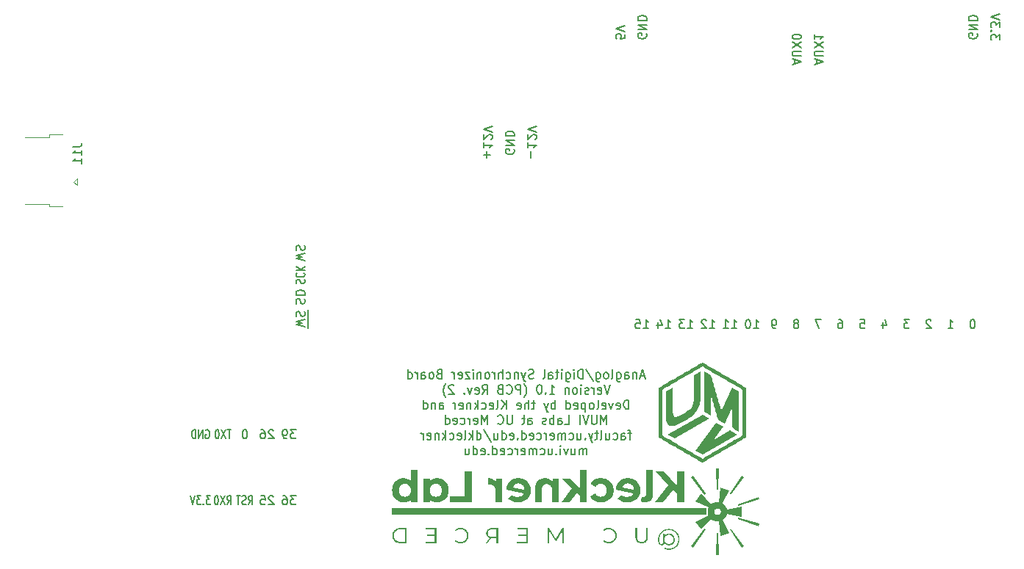
<source format=gbr>
G04 #@! TF.GenerationSoftware,KiCad,Pcbnew,(5.1.8-0-10_14)*
G04 #@! TF.CreationDate,2021-01-15T12:09:11-08:00*
G04 #@! TF.ProjectId,esp32_sync,65737033-325f-4737-996e-632e6b696361,rev?*
G04 #@! TF.SameCoordinates,Original*
G04 #@! TF.FileFunction,Legend,Bot*
G04 #@! TF.FilePolarity,Positive*
%FSLAX46Y46*%
G04 Gerber Fmt 4.6, Leading zero omitted, Abs format (unit mm)*
G04 Created by KiCad (PCBNEW (5.1.8-0-10_14)) date 2021-01-15 12:09:11*
%MOMM*%
%LPD*%
G01*
G04 APERTURE LIST*
%ADD10C,0.150000*%
%ADD11C,0.152400*%
%ADD12C,0.100000*%
%ADD13C,0.120000*%
G04 APERTURE END LIST*
D10*
X119880000Y-99186904D02*
X119927619Y-99282142D01*
X119927619Y-99425000D01*
X119880000Y-99567857D01*
X119784761Y-99663095D01*
X119689523Y-99710714D01*
X119499047Y-99758333D01*
X119356190Y-99758333D01*
X119165714Y-99710714D01*
X119070476Y-99663095D01*
X118975238Y-99567857D01*
X118927619Y-99425000D01*
X118927619Y-99329761D01*
X118975238Y-99186904D01*
X119022857Y-99139285D01*
X119356190Y-99139285D01*
X119356190Y-99329761D01*
X118927619Y-98710714D02*
X119927619Y-98710714D01*
X118927619Y-98139285D01*
X119927619Y-98139285D01*
X118927619Y-97663095D02*
X119927619Y-97663095D01*
X119927619Y-97425000D01*
X119880000Y-97282142D01*
X119784761Y-97186904D01*
X119689523Y-97139285D01*
X119499047Y-97091666D01*
X119356190Y-97091666D01*
X119165714Y-97139285D01*
X119070476Y-97186904D01*
X118975238Y-97282142D01*
X118927619Y-97425000D01*
X118927619Y-97663095D01*
D11*
X134928428Y-125336300D02*
X134444619Y-125336300D01*
X135025190Y-125641100D02*
X134686523Y-124574300D01*
X134347857Y-125641100D01*
X134009190Y-124929900D02*
X134009190Y-125641100D01*
X134009190Y-125031500D02*
X133960809Y-124980700D01*
X133864047Y-124929900D01*
X133718904Y-124929900D01*
X133622142Y-124980700D01*
X133573761Y-125082300D01*
X133573761Y-125641100D01*
X132654523Y-125641100D02*
X132654523Y-125082300D01*
X132702904Y-124980700D01*
X132799666Y-124929900D01*
X132993190Y-124929900D01*
X133089952Y-124980700D01*
X132654523Y-125590300D02*
X132751285Y-125641100D01*
X132993190Y-125641100D01*
X133089952Y-125590300D01*
X133138333Y-125488700D01*
X133138333Y-125387100D01*
X133089952Y-125285500D01*
X132993190Y-125234700D01*
X132751285Y-125234700D01*
X132654523Y-125183900D01*
X131735285Y-124929900D02*
X131735285Y-125793500D01*
X131783666Y-125895100D01*
X131832047Y-125945900D01*
X131928809Y-125996700D01*
X132073952Y-125996700D01*
X132170714Y-125945900D01*
X131735285Y-125590300D02*
X131832047Y-125641100D01*
X132025571Y-125641100D01*
X132122333Y-125590300D01*
X132170714Y-125539500D01*
X132219095Y-125437900D01*
X132219095Y-125133100D01*
X132170714Y-125031500D01*
X132122333Y-124980700D01*
X132025571Y-124929900D01*
X131832047Y-124929900D01*
X131735285Y-124980700D01*
X131106333Y-125641100D02*
X131203095Y-125590300D01*
X131251476Y-125488700D01*
X131251476Y-124574300D01*
X130574142Y-125641100D02*
X130670904Y-125590300D01*
X130719285Y-125539500D01*
X130767666Y-125437900D01*
X130767666Y-125133100D01*
X130719285Y-125031500D01*
X130670904Y-124980700D01*
X130574142Y-124929900D01*
X130429000Y-124929900D01*
X130332238Y-124980700D01*
X130283857Y-125031500D01*
X130235476Y-125133100D01*
X130235476Y-125437900D01*
X130283857Y-125539500D01*
X130332238Y-125590300D01*
X130429000Y-125641100D01*
X130574142Y-125641100D01*
X129364619Y-124929900D02*
X129364619Y-125793500D01*
X129413000Y-125895100D01*
X129461380Y-125945900D01*
X129558142Y-125996700D01*
X129703285Y-125996700D01*
X129800047Y-125945900D01*
X129364619Y-125590300D02*
X129461380Y-125641100D01*
X129654904Y-125641100D01*
X129751666Y-125590300D01*
X129800047Y-125539500D01*
X129848428Y-125437900D01*
X129848428Y-125133100D01*
X129800047Y-125031500D01*
X129751666Y-124980700D01*
X129654904Y-124929900D01*
X129461380Y-124929900D01*
X129364619Y-124980700D01*
X128155095Y-124523500D02*
X129025952Y-125895100D01*
X127816428Y-125641100D02*
X127816428Y-124574300D01*
X127574523Y-124574300D01*
X127429380Y-124625100D01*
X127332619Y-124726700D01*
X127284238Y-124828300D01*
X127235857Y-125031500D01*
X127235857Y-125183900D01*
X127284238Y-125387100D01*
X127332619Y-125488700D01*
X127429380Y-125590300D01*
X127574523Y-125641100D01*
X127816428Y-125641100D01*
X126800428Y-125641100D02*
X126800428Y-124929900D01*
X126800428Y-124574300D02*
X126848809Y-124625100D01*
X126800428Y-124675900D01*
X126752047Y-124625100D01*
X126800428Y-124574300D01*
X126800428Y-124675900D01*
X125881190Y-124929900D02*
X125881190Y-125793500D01*
X125929571Y-125895100D01*
X125977952Y-125945900D01*
X126074714Y-125996700D01*
X126219857Y-125996700D01*
X126316619Y-125945900D01*
X125881190Y-125590300D02*
X125977952Y-125641100D01*
X126171476Y-125641100D01*
X126268238Y-125590300D01*
X126316619Y-125539500D01*
X126365000Y-125437900D01*
X126365000Y-125133100D01*
X126316619Y-125031500D01*
X126268238Y-124980700D01*
X126171476Y-124929900D01*
X125977952Y-124929900D01*
X125881190Y-124980700D01*
X125397380Y-125641100D02*
X125397380Y-124929900D01*
X125397380Y-124574300D02*
X125445761Y-124625100D01*
X125397380Y-124675900D01*
X125349000Y-124625100D01*
X125397380Y-124574300D01*
X125397380Y-124675900D01*
X125058714Y-124929900D02*
X124671666Y-124929900D01*
X124913571Y-124574300D02*
X124913571Y-125488700D01*
X124865190Y-125590300D01*
X124768428Y-125641100D01*
X124671666Y-125641100D01*
X123897571Y-125641100D02*
X123897571Y-125082300D01*
X123945952Y-124980700D01*
X124042714Y-124929900D01*
X124236238Y-124929900D01*
X124333000Y-124980700D01*
X123897571Y-125590300D02*
X123994333Y-125641100D01*
X124236238Y-125641100D01*
X124333000Y-125590300D01*
X124381380Y-125488700D01*
X124381380Y-125387100D01*
X124333000Y-125285500D01*
X124236238Y-125234700D01*
X123994333Y-125234700D01*
X123897571Y-125183900D01*
X123268619Y-125641100D02*
X123365380Y-125590300D01*
X123413761Y-125488700D01*
X123413761Y-124574300D01*
X122155857Y-125590300D02*
X122010714Y-125641100D01*
X121768809Y-125641100D01*
X121672047Y-125590300D01*
X121623666Y-125539500D01*
X121575285Y-125437900D01*
X121575285Y-125336300D01*
X121623666Y-125234700D01*
X121672047Y-125183900D01*
X121768809Y-125133100D01*
X121962333Y-125082300D01*
X122059095Y-125031500D01*
X122107476Y-124980700D01*
X122155857Y-124879100D01*
X122155857Y-124777500D01*
X122107476Y-124675900D01*
X122059095Y-124625100D01*
X121962333Y-124574300D01*
X121720428Y-124574300D01*
X121575285Y-124625100D01*
X121236619Y-124929900D02*
X120994714Y-125641100D01*
X120752809Y-124929900D02*
X120994714Y-125641100D01*
X121091476Y-125895100D01*
X121139857Y-125945900D01*
X121236619Y-125996700D01*
X120365761Y-124929900D02*
X120365761Y-125641100D01*
X120365761Y-125031500D02*
X120317380Y-124980700D01*
X120220619Y-124929900D01*
X120075476Y-124929900D01*
X119978714Y-124980700D01*
X119930333Y-125082300D01*
X119930333Y-125641100D01*
X119011095Y-125590300D02*
X119107857Y-125641100D01*
X119301380Y-125641100D01*
X119398142Y-125590300D01*
X119446523Y-125539500D01*
X119494904Y-125437900D01*
X119494904Y-125133100D01*
X119446523Y-125031500D01*
X119398142Y-124980700D01*
X119301380Y-124929900D01*
X119107857Y-124929900D01*
X119011095Y-124980700D01*
X118575666Y-125641100D02*
X118575666Y-124574300D01*
X118140238Y-125641100D02*
X118140238Y-125082300D01*
X118188619Y-124980700D01*
X118285380Y-124929900D01*
X118430523Y-124929900D01*
X118527285Y-124980700D01*
X118575666Y-125031500D01*
X117656428Y-125641100D02*
X117656428Y-124929900D01*
X117656428Y-125133100D02*
X117608047Y-125031500D01*
X117559666Y-124980700D01*
X117462904Y-124929900D01*
X117366142Y-124929900D01*
X116882333Y-125641100D02*
X116979095Y-125590300D01*
X117027476Y-125539500D01*
X117075857Y-125437900D01*
X117075857Y-125133100D01*
X117027476Y-125031500D01*
X116979095Y-124980700D01*
X116882333Y-124929900D01*
X116737190Y-124929900D01*
X116640428Y-124980700D01*
X116592047Y-125031500D01*
X116543666Y-125133100D01*
X116543666Y-125437900D01*
X116592047Y-125539500D01*
X116640428Y-125590300D01*
X116737190Y-125641100D01*
X116882333Y-125641100D01*
X116108238Y-124929900D02*
X116108238Y-125641100D01*
X116108238Y-125031500D02*
X116059857Y-124980700D01*
X115963095Y-124929900D01*
X115817952Y-124929900D01*
X115721190Y-124980700D01*
X115672809Y-125082300D01*
X115672809Y-125641100D01*
X115189000Y-125641100D02*
X115189000Y-124929900D01*
X115189000Y-124574300D02*
X115237380Y-124625100D01*
X115189000Y-124675900D01*
X115140619Y-124625100D01*
X115189000Y-124574300D01*
X115189000Y-124675900D01*
X114801952Y-124929900D02*
X114269761Y-124929900D01*
X114801952Y-125641100D01*
X114269761Y-125641100D01*
X113495666Y-125590300D02*
X113592428Y-125641100D01*
X113785952Y-125641100D01*
X113882714Y-125590300D01*
X113931095Y-125488700D01*
X113931095Y-125082300D01*
X113882714Y-124980700D01*
X113785952Y-124929900D01*
X113592428Y-124929900D01*
X113495666Y-124980700D01*
X113447285Y-125082300D01*
X113447285Y-125183900D01*
X113931095Y-125285500D01*
X113011857Y-125641100D02*
X113011857Y-124929900D01*
X113011857Y-125133100D02*
X112963476Y-125031500D01*
X112915095Y-124980700D01*
X112818333Y-124929900D01*
X112721571Y-124929900D01*
X111270142Y-125082300D02*
X111125000Y-125133100D01*
X111076619Y-125183900D01*
X111028238Y-125285500D01*
X111028238Y-125437900D01*
X111076619Y-125539500D01*
X111125000Y-125590300D01*
X111221761Y-125641100D01*
X111608809Y-125641100D01*
X111608809Y-124574300D01*
X111270142Y-124574300D01*
X111173380Y-124625100D01*
X111125000Y-124675900D01*
X111076619Y-124777500D01*
X111076619Y-124879100D01*
X111125000Y-124980700D01*
X111173380Y-125031500D01*
X111270142Y-125082300D01*
X111608809Y-125082300D01*
X110447666Y-125641100D02*
X110544428Y-125590300D01*
X110592809Y-125539500D01*
X110641190Y-125437900D01*
X110641190Y-125133100D01*
X110592809Y-125031500D01*
X110544428Y-124980700D01*
X110447666Y-124929900D01*
X110302523Y-124929900D01*
X110205761Y-124980700D01*
X110157380Y-125031500D01*
X110109000Y-125133100D01*
X110109000Y-125437900D01*
X110157380Y-125539500D01*
X110205761Y-125590300D01*
X110302523Y-125641100D01*
X110447666Y-125641100D01*
X109238142Y-125641100D02*
X109238142Y-125082300D01*
X109286523Y-124980700D01*
X109383285Y-124929900D01*
X109576809Y-124929900D01*
X109673571Y-124980700D01*
X109238142Y-125590300D02*
X109334904Y-125641100D01*
X109576809Y-125641100D01*
X109673571Y-125590300D01*
X109721952Y-125488700D01*
X109721952Y-125387100D01*
X109673571Y-125285500D01*
X109576809Y-125234700D01*
X109334904Y-125234700D01*
X109238142Y-125183900D01*
X108754333Y-125641100D02*
X108754333Y-124929900D01*
X108754333Y-125133100D02*
X108705952Y-125031500D01*
X108657571Y-124980700D01*
X108560809Y-124929900D01*
X108464047Y-124929900D01*
X107689952Y-125641100D02*
X107689952Y-124574300D01*
X107689952Y-125590300D02*
X107786714Y-125641100D01*
X107980238Y-125641100D01*
X108077000Y-125590300D01*
X108125380Y-125539500D01*
X108173761Y-125437900D01*
X108173761Y-125133100D01*
X108125380Y-125031500D01*
X108077000Y-124980700D01*
X107980238Y-124929900D01*
X107786714Y-124929900D01*
X107689952Y-124980700D01*
X130961190Y-126326900D02*
X130622523Y-127393700D01*
X130283857Y-126326900D01*
X129558142Y-127342900D02*
X129654904Y-127393700D01*
X129848428Y-127393700D01*
X129945190Y-127342900D01*
X129993571Y-127241300D01*
X129993571Y-126834900D01*
X129945190Y-126733300D01*
X129848428Y-126682500D01*
X129654904Y-126682500D01*
X129558142Y-126733300D01*
X129509761Y-126834900D01*
X129509761Y-126936500D01*
X129993571Y-127038100D01*
X129074333Y-127393700D02*
X129074333Y-126682500D01*
X129074333Y-126885700D02*
X129025952Y-126784100D01*
X128977571Y-126733300D01*
X128880809Y-126682500D01*
X128784047Y-126682500D01*
X128493761Y-127342900D02*
X128397000Y-127393700D01*
X128203476Y-127393700D01*
X128106714Y-127342900D01*
X128058333Y-127241300D01*
X128058333Y-127190500D01*
X128106714Y-127088900D01*
X128203476Y-127038100D01*
X128348619Y-127038100D01*
X128445380Y-126987300D01*
X128493761Y-126885700D01*
X128493761Y-126834900D01*
X128445380Y-126733300D01*
X128348619Y-126682500D01*
X128203476Y-126682500D01*
X128106714Y-126733300D01*
X127622904Y-127393700D02*
X127622904Y-126682500D01*
X127622904Y-126326900D02*
X127671285Y-126377700D01*
X127622904Y-126428500D01*
X127574523Y-126377700D01*
X127622904Y-126326900D01*
X127622904Y-126428500D01*
X126993952Y-127393700D02*
X127090714Y-127342900D01*
X127139095Y-127292100D01*
X127187476Y-127190500D01*
X127187476Y-126885700D01*
X127139095Y-126784100D01*
X127090714Y-126733300D01*
X126993952Y-126682500D01*
X126848809Y-126682500D01*
X126752047Y-126733300D01*
X126703666Y-126784100D01*
X126655285Y-126885700D01*
X126655285Y-127190500D01*
X126703666Y-127292100D01*
X126752047Y-127342900D01*
X126848809Y-127393700D01*
X126993952Y-127393700D01*
X126219857Y-126682500D02*
X126219857Y-127393700D01*
X126219857Y-126784100D02*
X126171476Y-126733300D01*
X126074714Y-126682500D01*
X125929571Y-126682500D01*
X125832809Y-126733300D01*
X125784428Y-126834900D01*
X125784428Y-127393700D01*
X123994333Y-127393700D02*
X124574904Y-127393700D01*
X124284619Y-127393700D02*
X124284619Y-126326900D01*
X124381380Y-126479300D01*
X124478142Y-126580900D01*
X124574904Y-126631700D01*
X123558904Y-127292100D02*
X123510523Y-127342900D01*
X123558904Y-127393700D01*
X123607285Y-127342900D01*
X123558904Y-127292100D01*
X123558904Y-127393700D01*
X122881571Y-126326900D02*
X122784809Y-126326900D01*
X122688047Y-126377700D01*
X122639666Y-126428500D01*
X122591285Y-126530100D01*
X122542904Y-126733300D01*
X122542904Y-126987300D01*
X122591285Y-127190500D01*
X122639666Y-127292100D01*
X122688047Y-127342900D01*
X122784809Y-127393700D01*
X122881571Y-127393700D01*
X122978333Y-127342900D01*
X123026714Y-127292100D01*
X123075095Y-127190500D01*
X123123476Y-126987300D01*
X123123476Y-126733300D01*
X123075095Y-126530100D01*
X123026714Y-126428500D01*
X122978333Y-126377700D01*
X122881571Y-126326900D01*
X121043095Y-127800100D02*
X121091476Y-127749300D01*
X121188238Y-127596900D01*
X121236619Y-127495300D01*
X121285000Y-127342900D01*
X121333380Y-127088900D01*
X121333380Y-126885700D01*
X121285000Y-126631700D01*
X121236619Y-126479300D01*
X121188238Y-126377700D01*
X121091476Y-126225300D01*
X121043095Y-126174500D01*
X120656047Y-127393700D02*
X120656047Y-126326900D01*
X120269000Y-126326900D01*
X120172238Y-126377700D01*
X120123857Y-126428500D01*
X120075476Y-126530100D01*
X120075476Y-126682500D01*
X120123857Y-126784100D01*
X120172238Y-126834900D01*
X120269000Y-126885700D01*
X120656047Y-126885700D01*
X119059476Y-127292100D02*
X119107857Y-127342900D01*
X119253000Y-127393700D01*
X119349761Y-127393700D01*
X119494904Y-127342900D01*
X119591666Y-127241300D01*
X119640047Y-127139700D01*
X119688428Y-126936500D01*
X119688428Y-126784100D01*
X119640047Y-126580900D01*
X119591666Y-126479300D01*
X119494904Y-126377700D01*
X119349761Y-126326900D01*
X119253000Y-126326900D01*
X119107857Y-126377700D01*
X119059476Y-126428500D01*
X118285380Y-126834900D02*
X118140238Y-126885700D01*
X118091857Y-126936500D01*
X118043476Y-127038100D01*
X118043476Y-127190500D01*
X118091857Y-127292100D01*
X118140238Y-127342900D01*
X118237000Y-127393700D01*
X118624047Y-127393700D01*
X118624047Y-126326900D01*
X118285380Y-126326900D01*
X118188619Y-126377700D01*
X118140238Y-126428500D01*
X118091857Y-126530100D01*
X118091857Y-126631700D01*
X118140238Y-126733300D01*
X118188619Y-126784100D01*
X118285380Y-126834900D01*
X118624047Y-126834900D01*
X116253380Y-127393700D02*
X116592047Y-126885700D01*
X116833952Y-127393700D02*
X116833952Y-126326900D01*
X116446904Y-126326900D01*
X116350142Y-126377700D01*
X116301761Y-126428500D01*
X116253380Y-126530100D01*
X116253380Y-126682500D01*
X116301761Y-126784100D01*
X116350142Y-126834900D01*
X116446904Y-126885700D01*
X116833952Y-126885700D01*
X115430904Y-127342900D02*
X115527666Y-127393700D01*
X115721190Y-127393700D01*
X115817952Y-127342900D01*
X115866333Y-127241300D01*
X115866333Y-126834900D01*
X115817952Y-126733300D01*
X115721190Y-126682500D01*
X115527666Y-126682500D01*
X115430904Y-126733300D01*
X115382523Y-126834900D01*
X115382523Y-126936500D01*
X115866333Y-127038100D01*
X115043857Y-126682500D02*
X114801952Y-127393700D01*
X114560047Y-126682500D01*
X114173000Y-127292100D02*
X114124619Y-127342900D01*
X114173000Y-127393700D01*
X114221380Y-127342900D01*
X114173000Y-127292100D01*
X114173000Y-127393700D01*
X112963476Y-126428500D02*
X112915095Y-126377700D01*
X112818333Y-126326900D01*
X112576428Y-126326900D01*
X112479666Y-126377700D01*
X112431285Y-126428500D01*
X112382904Y-126530100D01*
X112382904Y-126631700D01*
X112431285Y-126784100D01*
X113011857Y-127393700D01*
X112382904Y-127393700D01*
X112044238Y-127800100D02*
X111995857Y-127749300D01*
X111899095Y-127596900D01*
X111850714Y-127495300D01*
X111802333Y-127342900D01*
X111753952Y-127088900D01*
X111753952Y-126885700D01*
X111802333Y-126631700D01*
X111850714Y-126479300D01*
X111899095Y-126377700D01*
X111995857Y-126225300D01*
X112044238Y-126174500D01*
X133114142Y-129146300D02*
X133114142Y-128079500D01*
X132872238Y-128079500D01*
X132727095Y-128130300D01*
X132630333Y-128231900D01*
X132581952Y-128333500D01*
X132533571Y-128536700D01*
X132533571Y-128689100D01*
X132581952Y-128892300D01*
X132630333Y-128993900D01*
X132727095Y-129095500D01*
X132872238Y-129146300D01*
X133114142Y-129146300D01*
X131711095Y-129095500D02*
X131807857Y-129146300D01*
X132001380Y-129146300D01*
X132098142Y-129095500D01*
X132146523Y-128993900D01*
X132146523Y-128587500D01*
X132098142Y-128485900D01*
X132001380Y-128435100D01*
X131807857Y-128435100D01*
X131711095Y-128485900D01*
X131662714Y-128587500D01*
X131662714Y-128689100D01*
X132146523Y-128790700D01*
X131324047Y-128435100D02*
X131082142Y-129146300D01*
X130840238Y-128435100D01*
X130066142Y-129095500D02*
X130162904Y-129146300D01*
X130356428Y-129146300D01*
X130453190Y-129095500D01*
X130501571Y-128993900D01*
X130501571Y-128587500D01*
X130453190Y-128485900D01*
X130356428Y-128435100D01*
X130162904Y-128435100D01*
X130066142Y-128485900D01*
X130017761Y-128587500D01*
X130017761Y-128689100D01*
X130501571Y-128790700D01*
X129437190Y-129146300D02*
X129533952Y-129095500D01*
X129582333Y-128993900D01*
X129582333Y-128079500D01*
X128905000Y-129146300D02*
X129001761Y-129095500D01*
X129050142Y-129044700D01*
X129098523Y-128943100D01*
X129098523Y-128638300D01*
X129050142Y-128536700D01*
X129001761Y-128485900D01*
X128905000Y-128435100D01*
X128759857Y-128435100D01*
X128663095Y-128485900D01*
X128614714Y-128536700D01*
X128566333Y-128638300D01*
X128566333Y-128943100D01*
X128614714Y-129044700D01*
X128663095Y-129095500D01*
X128759857Y-129146300D01*
X128905000Y-129146300D01*
X128130904Y-128435100D02*
X128130904Y-129501900D01*
X128130904Y-128485900D02*
X128034142Y-128435100D01*
X127840619Y-128435100D01*
X127743857Y-128485900D01*
X127695476Y-128536700D01*
X127647095Y-128638300D01*
X127647095Y-128943100D01*
X127695476Y-129044700D01*
X127743857Y-129095500D01*
X127840619Y-129146300D01*
X128034142Y-129146300D01*
X128130904Y-129095500D01*
X126824619Y-129095500D02*
X126921380Y-129146300D01*
X127114904Y-129146300D01*
X127211666Y-129095500D01*
X127260047Y-128993900D01*
X127260047Y-128587500D01*
X127211666Y-128485900D01*
X127114904Y-128435100D01*
X126921380Y-128435100D01*
X126824619Y-128485900D01*
X126776238Y-128587500D01*
X126776238Y-128689100D01*
X127260047Y-128790700D01*
X125905380Y-129146300D02*
X125905380Y-128079500D01*
X125905380Y-129095500D02*
X126002142Y-129146300D01*
X126195666Y-129146300D01*
X126292428Y-129095500D01*
X126340809Y-129044700D01*
X126389190Y-128943100D01*
X126389190Y-128638300D01*
X126340809Y-128536700D01*
X126292428Y-128485900D01*
X126195666Y-128435100D01*
X126002142Y-128435100D01*
X125905380Y-128485900D01*
X124647476Y-129146300D02*
X124647476Y-128079500D01*
X124647476Y-128485900D02*
X124550714Y-128435100D01*
X124357190Y-128435100D01*
X124260428Y-128485900D01*
X124212047Y-128536700D01*
X124163666Y-128638300D01*
X124163666Y-128943100D01*
X124212047Y-129044700D01*
X124260428Y-129095500D01*
X124357190Y-129146300D01*
X124550714Y-129146300D01*
X124647476Y-129095500D01*
X123825000Y-128435100D02*
X123583095Y-129146300D01*
X123341190Y-128435100D02*
X123583095Y-129146300D01*
X123679857Y-129400300D01*
X123728238Y-129451100D01*
X123825000Y-129501900D01*
X122325190Y-128435100D02*
X121938142Y-128435100D01*
X122180047Y-128079500D02*
X122180047Y-128993900D01*
X122131666Y-129095500D01*
X122034904Y-129146300D01*
X121938142Y-129146300D01*
X121599476Y-129146300D02*
X121599476Y-128079500D01*
X121164047Y-129146300D02*
X121164047Y-128587500D01*
X121212428Y-128485900D01*
X121309190Y-128435100D01*
X121454333Y-128435100D01*
X121551095Y-128485900D01*
X121599476Y-128536700D01*
X120293190Y-129095500D02*
X120389952Y-129146300D01*
X120583476Y-129146300D01*
X120680238Y-129095500D01*
X120728619Y-128993900D01*
X120728619Y-128587500D01*
X120680238Y-128485900D01*
X120583476Y-128435100D01*
X120389952Y-128435100D01*
X120293190Y-128485900D01*
X120244809Y-128587500D01*
X120244809Y-128689100D01*
X120728619Y-128790700D01*
X119035285Y-129146300D02*
X119035285Y-128079500D01*
X118454714Y-129146300D02*
X118890142Y-128536700D01*
X118454714Y-128079500D02*
X119035285Y-128689100D01*
X117874142Y-129146300D02*
X117970904Y-129095500D01*
X118019285Y-128993900D01*
X118019285Y-128079500D01*
X117100047Y-129095500D02*
X117196809Y-129146300D01*
X117390333Y-129146300D01*
X117487095Y-129095500D01*
X117535476Y-128993900D01*
X117535476Y-128587500D01*
X117487095Y-128485900D01*
X117390333Y-128435100D01*
X117196809Y-128435100D01*
X117100047Y-128485900D01*
X117051666Y-128587500D01*
X117051666Y-128689100D01*
X117535476Y-128790700D01*
X116180809Y-129095500D02*
X116277571Y-129146300D01*
X116471095Y-129146300D01*
X116567857Y-129095500D01*
X116616238Y-129044700D01*
X116664619Y-128943100D01*
X116664619Y-128638300D01*
X116616238Y-128536700D01*
X116567857Y-128485900D01*
X116471095Y-128435100D01*
X116277571Y-128435100D01*
X116180809Y-128485900D01*
X115745380Y-129146300D02*
X115745380Y-128079500D01*
X115648619Y-128739900D02*
X115358333Y-129146300D01*
X115358333Y-128435100D02*
X115745380Y-128841500D01*
X114922904Y-128435100D02*
X114922904Y-129146300D01*
X114922904Y-128536700D02*
X114874523Y-128485900D01*
X114777761Y-128435100D01*
X114632619Y-128435100D01*
X114535857Y-128485900D01*
X114487476Y-128587500D01*
X114487476Y-129146300D01*
X113616619Y-129095500D02*
X113713380Y-129146300D01*
X113906904Y-129146300D01*
X114003666Y-129095500D01*
X114052047Y-128993900D01*
X114052047Y-128587500D01*
X114003666Y-128485900D01*
X113906904Y-128435100D01*
X113713380Y-128435100D01*
X113616619Y-128485900D01*
X113568238Y-128587500D01*
X113568238Y-128689100D01*
X114052047Y-128790700D01*
X113132809Y-129146300D02*
X113132809Y-128435100D01*
X113132809Y-128638300D02*
X113084428Y-128536700D01*
X113036047Y-128485900D01*
X112939285Y-128435100D01*
X112842523Y-128435100D01*
X111294333Y-129146300D02*
X111294333Y-128587500D01*
X111342714Y-128485900D01*
X111439476Y-128435100D01*
X111633000Y-128435100D01*
X111729761Y-128485900D01*
X111294333Y-129095500D02*
X111391095Y-129146300D01*
X111633000Y-129146300D01*
X111729761Y-129095500D01*
X111778142Y-128993900D01*
X111778142Y-128892300D01*
X111729761Y-128790700D01*
X111633000Y-128739900D01*
X111391095Y-128739900D01*
X111294333Y-128689100D01*
X110810523Y-128435100D02*
X110810523Y-129146300D01*
X110810523Y-128536700D02*
X110762142Y-128485900D01*
X110665380Y-128435100D01*
X110520238Y-128435100D01*
X110423476Y-128485900D01*
X110375095Y-128587500D01*
X110375095Y-129146300D01*
X109455857Y-129146300D02*
X109455857Y-128079500D01*
X109455857Y-129095500D02*
X109552619Y-129146300D01*
X109746142Y-129146300D01*
X109842904Y-129095500D01*
X109891285Y-129044700D01*
X109939666Y-128943100D01*
X109939666Y-128638300D01*
X109891285Y-128536700D01*
X109842904Y-128485900D01*
X109746142Y-128435100D01*
X109552619Y-128435100D01*
X109455857Y-128485900D01*
X130574142Y-130898900D02*
X130574142Y-129832100D01*
X130235476Y-130594100D01*
X129896809Y-129832100D01*
X129896809Y-130898900D01*
X129413000Y-129832100D02*
X129413000Y-130695700D01*
X129364619Y-130797300D01*
X129316238Y-130848100D01*
X129219476Y-130898900D01*
X129025952Y-130898900D01*
X128929190Y-130848100D01*
X128880809Y-130797300D01*
X128832428Y-130695700D01*
X128832428Y-129832100D01*
X128493761Y-129832100D02*
X128155095Y-130898900D01*
X127816428Y-129832100D01*
X127477761Y-130898900D02*
X127477761Y-129832100D01*
X125736047Y-130898900D02*
X126219857Y-130898900D01*
X126219857Y-129832100D01*
X124961952Y-130898900D02*
X124961952Y-130340100D01*
X125010333Y-130238500D01*
X125107095Y-130187700D01*
X125300619Y-130187700D01*
X125397380Y-130238500D01*
X124961952Y-130848100D02*
X125058714Y-130898900D01*
X125300619Y-130898900D01*
X125397380Y-130848100D01*
X125445761Y-130746500D01*
X125445761Y-130644900D01*
X125397380Y-130543300D01*
X125300619Y-130492500D01*
X125058714Y-130492500D01*
X124961952Y-130441700D01*
X124478142Y-130898900D02*
X124478142Y-129832100D01*
X124478142Y-130238500D02*
X124381380Y-130187700D01*
X124187857Y-130187700D01*
X124091095Y-130238500D01*
X124042714Y-130289300D01*
X123994333Y-130390900D01*
X123994333Y-130695700D01*
X124042714Y-130797300D01*
X124091095Y-130848100D01*
X124187857Y-130898900D01*
X124381380Y-130898900D01*
X124478142Y-130848100D01*
X123607285Y-130848100D02*
X123510523Y-130898900D01*
X123317000Y-130898900D01*
X123220238Y-130848100D01*
X123171857Y-130746500D01*
X123171857Y-130695700D01*
X123220238Y-130594100D01*
X123317000Y-130543300D01*
X123462142Y-130543300D01*
X123558904Y-130492500D01*
X123607285Y-130390900D01*
X123607285Y-130340100D01*
X123558904Y-130238500D01*
X123462142Y-130187700D01*
X123317000Y-130187700D01*
X123220238Y-130238500D01*
X121526904Y-130898900D02*
X121526904Y-130340100D01*
X121575285Y-130238500D01*
X121672047Y-130187700D01*
X121865571Y-130187700D01*
X121962333Y-130238500D01*
X121526904Y-130848100D02*
X121623666Y-130898900D01*
X121865571Y-130898900D01*
X121962333Y-130848100D01*
X122010714Y-130746500D01*
X122010714Y-130644900D01*
X121962333Y-130543300D01*
X121865571Y-130492500D01*
X121623666Y-130492500D01*
X121526904Y-130441700D01*
X121188238Y-130187700D02*
X120801190Y-130187700D01*
X121043095Y-129832100D02*
X121043095Y-130746500D01*
X120994714Y-130848100D01*
X120897952Y-130898900D01*
X120801190Y-130898900D01*
X119688428Y-129832100D02*
X119688428Y-130695700D01*
X119640047Y-130797300D01*
X119591666Y-130848100D01*
X119494904Y-130898900D01*
X119301380Y-130898900D01*
X119204619Y-130848100D01*
X119156238Y-130797300D01*
X119107857Y-130695700D01*
X119107857Y-129832100D01*
X118043476Y-130797300D02*
X118091857Y-130848100D01*
X118237000Y-130898900D01*
X118333761Y-130898900D01*
X118478904Y-130848100D01*
X118575666Y-130746500D01*
X118624047Y-130644900D01*
X118672428Y-130441700D01*
X118672428Y-130289300D01*
X118624047Y-130086100D01*
X118575666Y-129984500D01*
X118478904Y-129882900D01*
X118333761Y-129832100D01*
X118237000Y-129832100D01*
X118091857Y-129882900D01*
X118043476Y-129933700D01*
X116833952Y-130898900D02*
X116833952Y-129832100D01*
X116495285Y-130594100D01*
X116156619Y-129832100D01*
X116156619Y-130898900D01*
X115285761Y-130848100D02*
X115382523Y-130898900D01*
X115576047Y-130898900D01*
X115672809Y-130848100D01*
X115721190Y-130746500D01*
X115721190Y-130340100D01*
X115672809Y-130238500D01*
X115576047Y-130187700D01*
X115382523Y-130187700D01*
X115285761Y-130238500D01*
X115237380Y-130340100D01*
X115237380Y-130441700D01*
X115721190Y-130543300D01*
X114801952Y-130898900D02*
X114801952Y-130187700D01*
X114801952Y-130390900D02*
X114753571Y-130289300D01*
X114705190Y-130238500D01*
X114608428Y-130187700D01*
X114511666Y-130187700D01*
X113737571Y-130848100D02*
X113834333Y-130898900D01*
X114027857Y-130898900D01*
X114124619Y-130848100D01*
X114173000Y-130797300D01*
X114221380Y-130695700D01*
X114221380Y-130390900D01*
X114173000Y-130289300D01*
X114124619Y-130238500D01*
X114027857Y-130187700D01*
X113834333Y-130187700D01*
X113737571Y-130238500D01*
X112915095Y-130848100D02*
X113011857Y-130898900D01*
X113205380Y-130898900D01*
X113302142Y-130848100D01*
X113350523Y-130746500D01*
X113350523Y-130340100D01*
X113302142Y-130238500D01*
X113205380Y-130187700D01*
X113011857Y-130187700D01*
X112915095Y-130238500D01*
X112866714Y-130340100D01*
X112866714Y-130441700D01*
X113350523Y-130543300D01*
X111995857Y-130898900D02*
X111995857Y-129832100D01*
X111995857Y-130848100D02*
X112092619Y-130898900D01*
X112286142Y-130898900D01*
X112382904Y-130848100D01*
X112431285Y-130797300D01*
X112479666Y-130695700D01*
X112479666Y-130390900D01*
X112431285Y-130289300D01*
X112382904Y-130238500D01*
X112286142Y-130187700D01*
X112092619Y-130187700D01*
X111995857Y-130238500D01*
X133428619Y-131940300D02*
X133041571Y-131940300D01*
X133283476Y-132651500D02*
X133283476Y-131737100D01*
X133235095Y-131635500D01*
X133138333Y-131584700D01*
X133041571Y-131584700D01*
X132267476Y-132651500D02*
X132267476Y-132092700D01*
X132315857Y-131991100D01*
X132412619Y-131940300D01*
X132606142Y-131940300D01*
X132702904Y-131991100D01*
X132267476Y-132600700D02*
X132364238Y-132651500D01*
X132606142Y-132651500D01*
X132702904Y-132600700D01*
X132751285Y-132499100D01*
X132751285Y-132397500D01*
X132702904Y-132295900D01*
X132606142Y-132245100D01*
X132364238Y-132245100D01*
X132267476Y-132194300D01*
X131348238Y-132600700D02*
X131445000Y-132651500D01*
X131638523Y-132651500D01*
X131735285Y-132600700D01*
X131783666Y-132549900D01*
X131832047Y-132448300D01*
X131832047Y-132143500D01*
X131783666Y-132041900D01*
X131735285Y-131991100D01*
X131638523Y-131940300D01*
X131445000Y-131940300D01*
X131348238Y-131991100D01*
X130477380Y-131940300D02*
X130477380Y-132651500D01*
X130912809Y-131940300D02*
X130912809Y-132499100D01*
X130864428Y-132600700D01*
X130767666Y-132651500D01*
X130622523Y-132651500D01*
X130525761Y-132600700D01*
X130477380Y-132549900D01*
X129848428Y-132651500D02*
X129945190Y-132600700D01*
X129993571Y-132499100D01*
X129993571Y-131584700D01*
X129606523Y-131940300D02*
X129219476Y-131940300D01*
X129461380Y-131584700D02*
X129461380Y-132499100D01*
X129413000Y-132600700D01*
X129316238Y-132651500D01*
X129219476Y-132651500D01*
X128977571Y-131940300D02*
X128735666Y-132651500D01*
X128493761Y-131940300D02*
X128735666Y-132651500D01*
X128832428Y-132905500D01*
X128880809Y-132956300D01*
X128977571Y-133007100D01*
X128106714Y-132549900D02*
X128058333Y-132600700D01*
X128106714Y-132651500D01*
X128155095Y-132600700D01*
X128106714Y-132549900D01*
X128106714Y-132651500D01*
X127187476Y-131940300D02*
X127187476Y-132651500D01*
X127622904Y-131940300D02*
X127622904Y-132499100D01*
X127574523Y-132600700D01*
X127477761Y-132651500D01*
X127332619Y-132651500D01*
X127235857Y-132600700D01*
X127187476Y-132549900D01*
X126268238Y-132600700D02*
X126365000Y-132651500D01*
X126558523Y-132651500D01*
X126655285Y-132600700D01*
X126703666Y-132549900D01*
X126752047Y-132448300D01*
X126752047Y-132143500D01*
X126703666Y-132041900D01*
X126655285Y-131991100D01*
X126558523Y-131940300D01*
X126365000Y-131940300D01*
X126268238Y-131991100D01*
X125832809Y-132651500D02*
X125832809Y-131940300D01*
X125832809Y-132041900D02*
X125784428Y-131991100D01*
X125687666Y-131940300D01*
X125542523Y-131940300D01*
X125445761Y-131991100D01*
X125397380Y-132092700D01*
X125397380Y-132651500D01*
X125397380Y-132092700D02*
X125349000Y-131991100D01*
X125252238Y-131940300D01*
X125107095Y-131940300D01*
X125010333Y-131991100D01*
X124961952Y-132092700D01*
X124961952Y-132651500D01*
X124091095Y-132600700D02*
X124187857Y-132651500D01*
X124381380Y-132651500D01*
X124478142Y-132600700D01*
X124526523Y-132499100D01*
X124526523Y-132092700D01*
X124478142Y-131991100D01*
X124381380Y-131940300D01*
X124187857Y-131940300D01*
X124091095Y-131991100D01*
X124042714Y-132092700D01*
X124042714Y-132194300D01*
X124526523Y-132295900D01*
X123607285Y-132651500D02*
X123607285Y-131940300D01*
X123607285Y-132143500D02*
X123558904Y-132041900D01*
X123510523Y-131991100D01*
X123413761Y-131940300D01*
X123317000Y-131940300D01*
X122542904Y-132600700D02*
X122639666Y-132651500D01*
X122833190Y-132651500D01*
X122929952Y-132600700D01*
X122978333Y-132549900D01*
X123026714Y-132448300D01*
X123026714Y-132143500D01*
X122978333Y-132041900D01*
X122929952Y-131991100D01*
X122833190Y-131940300D01*
X122639666Y-131940300D01*
X122542904Y-131991100D01*
X121720428Y-132600700D02*
X121817190Y-132651500D01*
X122010714Y-132651500D01*
X122107476Y-132600700D01*
X122155857Y-132499100D01*
X122155857Y-132092700D01*
X122107476Y-131991100D01*
X122010714Y-131940300D01*
X121817190Y-131940300D01*
X121720428Y-131991100D01*
X121672047Y-132092700D01*
X121672047Y-132194300D01*
X122155857Y-132295900D01*
X120801190Y-132651500D02*
X120801190Y-131584700D01*
X120801190Y-132600700D02*
X120897952Y-132651500D01*
X121091476Y-132651500D01*
X121188238Y-132600700D01*
X121236619Y-132549900D01*
X121285000Y-132448300D01*
X121285000Y-132143500D01*
X121236619Y-132041900D01*
X121188238Y-131991100D01*
X121091476Y-131940300D01*
X120897952Y-131940300D01*
X120801190Y-131991100D01*
X120317380Y-132549900D02*
X120269000Y-132600700D01*
X120317380Y-132651500D01*
X120365761Y-132600700D01*
X120317380Y-132549900D01*
X120317380Y-132651500D01*
X119446523Y-132600700D02*
X119543285Y-132651500D01*
X119736809Y-132651500D01*
X119833571Y-132600700D01*
X119881952Y-132499100D01*
X119881952Y-132092700D01*
X119833571Y-131991100D01*
X119736809Y-131940300D01*
X119543285Y-131940300D01*
X119446523Y-131991100D01*
X119398142Y-132092700D01*
X119398142Y-132194300D01*
X119881952Y-132295900D01*
X118527285Y-132651500D02*
X118527285Y-131584700D01*
X118527285Y-132600700D02*
X118624047Y-132651500D01*
X118817571Y-132651500D01*
X118914333Y-132600700D01*
X118962714Y-132549900D01*
X119011095Y-132448300D01*
X119011095Y-132143500D01*
X118962714Y-132041900D01*
X118914333Y-131991100D01*
X118817571Y-131940300D01*
X118624047Y-131940300D01*
X118527285Y-131991100D01*
X117608047Y-131940300D02*
X117608047Y-132651500D01*
X118043476Y-131940300D02*
X118043476Y-132499100D01*
X117995095Y-132600700D01*
X117898333Y-132651500D01*
X117753190Y-132651500D01*
X117656428Y-132600700D01*
X117608047Y-132549900D01*
X116398523Y-131533900D02*
X117269380Y-132905500D01*
X115624428Y-132651500D02*
X115624428Y-131584700D01*
X115624428Y-132600700D02*
X115721190Y-132651500D01*
X115914714Y-132651500D01*
X116011476Y-132600700D01*
X116059857Y-132549900D01*
X116108238Y-132448300D01*
X116108238Y-132143500D01*
X116059857Y-132041900D01*
X116011476Y-131991100D01*
X115914714Y-131940300D01*
X115721190Y-131940300D01*
X115624428Y-131991100D01*
X115140619Y-132651500D02*
X115140619Y-131584700D01*
X115043857Y-132245100D02*
X114753571Y-132651500D01*
X114753571Y-131940300D02*
X115140619Y-132346700D01*
X114173000Y-132651500D02*
X114269761Y-132600700D01*
X114318142Y-132499100D01*
X114318142Y-131584700D01*
X113398904Y-132600700D02*
X113495666Y-132651500D01*
X113689190Y-132651500D01*
X113785952Y-132600700D01*
X113834333Y-132499100D01*
X113834333Y-132092700D01*
X113785952Y-131991100D01*
X113689190Y-131940300D01*
X113495666Y-131940300D01*
X113398904Y-131991100D01*
X113350523Y-132092700D01*
X113350523Y-132194300D01*
X113834333Y-132295900D01*
X112479666Y-132600700D02*
X112576428Y-132651500D01*
X112769952Y-132651500D01*
X112866714Y-132600700D01*
X112915095Y-132549900D01*
X112963476Y-132448300D01*
X112963476Y-132143500D01*
X112915095Y-132041900D01*
X112866714Y-131991100D01*
X112769952Y-131940300D01*
X112576428Y-131940300D01*
X112479666Y-131991100D01*
X112044238Y-132651500D02*
X112044238Y-131584700D01*
X111947476Y-132245100D02*
X111657190Y-132651500D01*
X111657190Y-131940300D02*
X112044238Y-132346700D01*
X111221761Y-131940300D02*
X111221761Y-132651500D01*
X111221761Y-132041900D02*
X111173380Y-131991100D01*
X111076619Y-131940300D01*
X110931476Y-131940300D01*
X110834714Y-131991100D01*
X110786333Y-132092700D01*
X110786333Y-132651500D01*
X109915476Y-132600700D02*
X110012238Y-132651500D01*
X110205761Y-132651500D01*
X110302523Y-132600700D01*
X110350904Y-132499100D01*
X110350904Y-132092700D01*
X110302523Y-131991100D01*
X110205761Y-131940300D01*
X110012238Y-131940300D01*
X109915476Y-131991100D01*
X109867095Y-132092700D01*
X109867095Y-132194300D01*
X110350904Y-132295900D01*
X109431666Y-132651500D02*
X109431666Y-131940300D01*
X109431666Y-132143500D02*
X109383285Y-132041900D01*
X109334904Y-131991100D01*
X109238142Y-131940300D01*
X109141380Y-131940300D01*
X128300238Y-134404100D02*
X128300238Y-133692900D01*
X128300238Y-133794500D02*
X128251857Y-133743700D01*
X128155095Y-133692900D01*
X128009952Y-133692900D01*
X127913190Y-133743700D01*
X127864809Y-133845300D01*
X127864809Y-134404100D01*
X127864809Y-133845300D02*
X127816428Y-133743700D01*
X127719666Y-133692900D01*
X127574523Y-133692900D01*
X127477761Y-133743700D01*
X127429380Y-133845300D01*
X127429380Y-134404100D01*
X126510142Y-133692900D02*
X126510142Y-134404100D01*
X126945571Y-133692900D02*
X126945571Y-134251700D01*
X126897190Y-134353300D01*
X126800428Y-134404100D01*
X126655285Y-134404100D01*
X126558523Y-134353300D01*
X126510142Y-134302500D01*
X126123095Y-133692900D02*
X125881190Y-134404100D01*
X125639285Y-133692900D01*
X125252238Y-134404100D02*
X125252238Y-133692900D01*
X125252238Y-133337300D02*
X125300619Y-133388100D01*
X125252238Y-133438900D01*
X125203857Y-133388100D01*
X125252238Y-133337300D01*
X125252238Y-133438900D01*
X124768428Y-134302500D02*
X124720047Y-134353300D01*
X124768428Y-134404100D01*
X124816809Y-134353300D01*
X124768428Y-134302500D01*
X124768428Y-134404100D01*
X123849190Y-133692900D02*
X123849190Y-134404100D01*
X124284619Y-133692900D02*
X124284619Y-134251700D01*
X124236238Y-134353300D01*
X124139476Y-134404100D01*
X123994333Y-134404100D01*
X123897571Y-134353300D01*
X123849190Y-134302500D01*
X122929952Y-134353300D02*
X123026714Y-134404100D01*
X123220238Y-134404100D01*
X123317000Y-134353300D01*
X123365380Y-134302500D01*
X123413761Y-134200900D01*
X123413761Y-133896100D01*
X123365380Y-133794500D01*
X123317000Y-133743700D01*
X123220238Y-133692900D01*
X123026714Y-133692900D01*
X122929952Y-133743700D01*
X122494523Y-134404100D02*
X122494523Y-133692900D01*
X122494523Y-133794500D02*
X122446142Y-133743700D01*
X122349380Y-133692900D01*
X122204238Y-133692900D01*
X122107476Y-133743700D01*
X122059095Y-133845300D01*
X122059095Y-134404100D01*
X122059095Y-133845300D02*
X122010714Y-133743700D01*
X121913952Y-133692900D01*
X121768809Y-133692900D01*
X121672047Y-133743700D01*
X121623666Y-133845300D01*
X121623666Y-134404100D01*
X120752809Y-134353300D02*
X120849571Y-134404100D01*
X121043095Y-134404100D01*
X121139857Y-134353300D01*
X121188238Y-134251700D01*
X121188238Y-133845300D01*
X121139857Y-133743700D01*
X121043095Y-133692900D01*
X120849571Y-133692900D01*
X120752809Y-133743700D01*
X120704428Y-133845300D01*
X120704428Y-133946900D01*
X121188238Y-134048500D01*
X120269000Y-134404100D02*
X120269000Y-133692900D01*
X120269000Y-133896100D02*
X120220619Y-133794500D01*
X120172238Y-133743700D01*
X120075476Y-133692900D01*
X119978714Y-133692900D01*
X119204619Y-134353300D02*
X119301380Y-134404100D01*
X119494904Y-134404100D01*
X119591666Y-134353300D01*
X119640047Y-134302500D01*
X119688428Y-134200900D01*
X119688428Y-133896100D01*
X119640047Y-133794500D01*
X119591666Y-133743700D01*
X119494904Y-133692900D01*
X119301380Y-133692900D01*
X119204619Y-133743700D01*
X118382142Y-134353300D02*
X118478904Y-134404100D01*
X118672428Y-134404100D01*
X118769190Y-134353300D01*
X118817571Y-134251700D01*
X118817571Y-133845300D01*
X118769190Y-133743700D01*
X118672428Y-133692900D01*
X118478904Y-133692900D01*
X118382142Y-133743700D01*
X118333761Y-133845300D01*
X118333761Y-133946900D01*
X118817571Y-134048500D01*
X117462904Y-134404100D02*
X117462904Y-133337300D01*
X117462904Y-134353300D02*
X117559666Y-134404100D01*
X117753190Y-134404100D01*
X117849952Y-134353300D01*
X117898333Y-134302500D01*
X117946714Y-134200900D01*
X117946714Y-133896100D01*
X117898333Y-133794500D01*
X117849952Y-133743700D01*
X117753190Y-133692900D01*
X117559666Y-133692900D01*
X117462904Y-133743700D01*
X116979095Y-134302500D02*
X116930714Y-134353300D01*
X116979095Y-134404100D01*
X117027476Y-134353300D01*
X116979095Y-134302500D01*
X116979095Y-134404100D01*
X116108238Y-134353300D02*
X116205000Y-134404100D01*
X116398523Y-134404100D01*
X116495285Y-134353300D01*
X116543666Y-134251700D01*
X116543666Y-133845300D01*
X116495285Y-133743700D01*
X116398523Y-133692900D01*
X116205000Y-133692900D01*
X116108238Y-133743700D01*
X116059857Y-133845300D01*
X116059857Y-133946900D01*
X116543666Y-134048500D01*
X115189000Y-134404100D02*
X115189000Y-133337300D01*
X115189000Y-134353300D02*
X115285761Y-134404100D01*
X115479285Y-134404100D01*
X115576047Y-134353300D01*
X115624428Y-134302500D01*
X115672809Y-134200900D01*
X115672809Y-133896100D01*
X115624428Y-133794500D01*
X115576047Y-133743700D01*
X115479285Y-133692900D01*
X115285761Y-133692900D01*
X115189000Y-133743700D01*
X114269761Y-133692900D02*
X114269761Y-134404100D01*
X114705190Y-133692900D02*
X114705190Y-134251700D01*
X114656809Y-134353300D01*
X114560047Y-134404100D01*
X114414904Y-134404100D01*
X114318142Y-134353300D01*
X114269761Y-134302500D01*
D10*
X96165000Y-119792619D02*
X96165000Y-118649761D01*
X95797619Y-119649761D02*
X94797619Y-119411666D01*
X95511904Y-119221190D01*
X94797619Y-119030714D01*
X95797619Y-118792619D01*
X96165000Y-118649761D02*
X96165000Y-117697380D01*
X94845238Y-118459285D02*
X94797619Y-118316428D01*
X94797619Y-118078333D01*
X94845238Y-117983095D01*
X94892857Y-117935476D01*
X94988095Y-117887857D01*
X95083333Y-117887857D01*
X95178571Y-117935476D01*
X95226190Y-117983095D01*
X95273809Y-118078333D01*
X95321428Y-118268809D01*
X95369047Y-118364047D01*
X95416666Y-118411666D01*
X95511904Y-118459285D01*
X95607142Y-118459285D01*
X95702380Y-118411666D01*
X95750000Y-118364047D01*
X95797619Y-118268809D01*
X95797619Y-118030714D01*
X95750000Y-117887857D01*
X94845238Y-116990714D02*
X94797619Y-116847857D01*
X94797619Y-116609761D01*
X94845238Y-116514523D01*
X94892857Y-116466904D01*
X94988095Y-116419285D01*
X95083333Y-116419285D01*
X95178571Y-116466904D01*
X95226190Y-116514523D01*
X95273809Y-116609761D01*
X95321428Y-116800238D01*
X95369047Y-116895476D01*
X95416666Y-116943095D01*
X95511904Y-116990714D01*
X95607142Y-116990714D01*
X95702380Y-116943095D01*
X95750000Y-116895476D01*
X95797619Y-116800238D01*
X95797619Y-116562142D01*
X95750000Y-116419285D01*
X94797619Y-115990714D02*
X95797619Y-115990714D01*
X95797619Y-115752619D01*
X95750000Y-115609761D01*
X95654761Y-115514523D01*
X95559523Y-115466904D01*
X95369047Y-115419285D01*
X95226190Y-115419285D01*
X95035714Y-115466904D01*
X94940476Y-115514523D01*
X94845238Y-115609761D01*
X94797619Y-115752619D01*
X94797619Y-115990714D01*
X94845238Y-114644714D02*
X94797619Y-114535857D01*
X94797619Y-114354428D01*
X94845238Y-114281857D01*
X94892857Y-114245571D01*
X94988095Y-114209285D01*
X95083333Y-114209285D01*
X95178571Y-114245571D01*
X95226190Y-114281857D01*
X95273809Y-114354428D01*
X95321428Y-114499571D01*
X95369047Y-114572142D01*
X95416666Y-114608428D01*
X95511904Y-114644714D01*
X95607142Y-114644714D01*
X95702380Y-114608428D01*
X95750000Y-114572142D01*
X95797619Y-114499571D01*
X95797619Y-114318142D01*
X95750000Y-114209285D01*
X94892857Y-113447285D02*
X94845238Y-113483571D01*
X94797619Y-113592428D01*
X94797619Y-113665000D01*
X94845238Y-113773857D01*
X94940476Y-113846428D01*
X95035714Y-113882714D01*
X95226190Y-113919000D01*
X95369047Y-113919000D01*
X95559523Y-113882714D01*
X95654761Y-113846428D01*
X95750000Y-113773857D01*
X95797619Y-113665000D01*
X95797619Y-113592428D01*
X95750000Y-113483571D01*
X95702380Y-113447285D01*
X94797619Y-113120714D02*
X95797619Y-113120714D01*
X94797619Y-112685285D02*
X95369047Y-113011857D01*
X95797619Y-112685285D02*
X95226190Y-113120714D01*
X95797619Y-112029761D02*
X94797619Y-111791666D01*
X95511904Y-111601190D01*
X94797619Y-111410714D01*
X95797619Y-111172619D01*
X94845238Y-110839285D02*
X94797619Y-110696428D01*
X94797619Y-110458333D01*
X94845238Y-110363095D01*
X94892857Y-110315476D01*
X94988095Y-110267857D01*
X95083333Y-110267857D01*
X95178571Y-110315476D01*
X95226190Y-110363095D01*
X95273809Y-110458333D01*
X95321428Y-110648809D01*
X95369047Y-110744047D01*
X95416666Y-110791666D01*
X95511904Y-110839285D01*
X95607142Y-110839285D01*
X95702380Y-110791666D01*
X95750000Y-110744047D01*
X95797619Y-110648809D01*
X95797619Y-110410714D01*
X95750000Y-110267857D01*
X121848571Y-100186904D02*
X121848571Y-99425000D01*
X121467619Y-98425000D02*
X121467619Y-98996428D01*
X121467619Y-98710714D02*
X122467619Y-98710714D01*
X122324761Y-98805952D01*
X122229523Y-98901190D01*
X122181904Y-98996428D01*
X122372380Y-98044047D02*
X122420000Y-97996428D01*
X122467619Y-97901190D01*
X122467619Y-97663095D01*
X122420000Y-97567857D01*
X122372380Y-97520238D01*
X122277142Y-97472619D01*
X122181904Y-97472619D01*
X122039047Y-97520238D01*
X121467619Y-98091666D01*
X121467619Y-97472619D01*
X122467619Y-97186904D02*
X121467619Y-96853571D01*
X122467619Y-96520238D01*
X116768571Y-100186904D02*
X116768571Y-99425000D01*
X116387619Y-99805952D02*
X117149523Y-99805952D01*
X116387619Y-98425000D02*
X116387619Y-98996428D01*
X116387619Y-98710714D02*
X117387619Y-98710714D01*
X117244761Y-98805952D01*
X117149523Y-98901190D01*
X117101904Y-98996428D01*
X117292380Y-98044047D02*
X117340000Y-97996428D01*
X117387619Y-97901190D01*
X117387619Y-97663095D01*
X117340000Y-97567857D01*
X117292380Y-97520238D01*
X117197142Y-97472619D01*
X117101904Y-97472619D01*
X116959047Y-97520238D01*
X116387619Y-98091666D01*
X116387619Y-97472619D01*
X117387619Y-97186904D02*
X116387619Y-96853571D01*
X117387619Y-96520238D01*
X84400571Y-131580000D02*
X84473142Y-131532380D01*
X84582000Y-131532380D01*
X84690857Y-131580000D01*
X84763428Y-131675238D01*
X84799714Y-131770476D01*
X84836000Y-131960952D01*
X84836000Y-132103809D01*
X84799714Y-132294285D01*
X84763428Y-132389523D01*
X84690857Y-132484761D01*
X84582000Y-132532380D01*
X84509428Y-132532380D01*
X84400571Y-132484761D01*
X84364285Y-132437142D01*
X84364285Y-132103809D01*
X84509428Y-132103809D01*
X84037714Y-132532380D02*
X84037714Y-131532380D01*
X83602285Y-132532380D01*
X83602285Y-131532380D01*
X83239428Y-132532380D02*
X83239428Y-131532380D01*
X83058000Y-131532380D01*
X82949142Y-131580000D01*
X82876571Y-131675238D01*
X82840285Y-131770476D01*
X82804000Y-131960952D01*
X82804000Y-132103809D01*
X82840285Y-132294285D01*
X82876571Y-132389523D01*
X82949142Y-132484761D01*
X83058000Y-132532380D01*
X83239428Y-132532380D01*
X84944857Y-139152380D02*
X84473142Y-139152380D01*
X84727142Y-139533333D01*
X84618285Y-139533333D01*
X84545714Y-139580952D01*
X84509428Y-139628571D01*
X84473142Y-139723809D01*
X84473142Y-139961904D01*
X84509428Y-140057142D01*
X84545714Y-140104761D01*
X84618285Y-140152380D01*
X84836000Y-140152380D01*
X84908571Y-140104761D01*
X84944857Y-140057142D01*
X84146571Y-140057142D02*
X84110285Y-140104761D01*
X84146571Y-140152380D01*
X84182857Y-140104761D01*
X84146571Y-140057142D01*
X84146571Y-140152380D01*
X83856285Y-139152380D02*
X83384571Y-139152380D01*
X83638571Y-139533333D01*
X83529714Y-139533333D01*
X83457142Y-139580952D01*
X83420857Y-139628571D01*
X83384571Y-139723809D01*
X83384571Y-139961904D01*
X83420857Y-140057142D01*
X83457142Y-140104761D01*
X83529714Y-140152380D01*
X83747428Y-140152380D01*
X83820000Y-140104761D01*
X83856285Y-140057142D01*
X83166857Y-139152380D02*
X82912857Y-140152380D01*
X82658857Y-139152380D01*
X86849857Y-140152380D02*
X87103857Y-139676190D01*
X87285285Y-140152380D02*
X87285285Y-139152380D01*
X86995000Y-139152380D01*
X86922428Y-139200000D01*
X86886142Y-139247619D01*
X86849857Y-139342857D01*
X86849857Y-139485714D01*
X86886142Y-139580952D01*
X86922428Y-139628571D01*
X86995000Y-139676190D01*
X87285285Y-139676190D01*
X86595857Y-139152380D02*
X86087857Y-140152380D01*
X86087857Y-139152380D02*
X86595857Y-140152380D01*
X85652428Y-139152380D02*
X85579857Y-139152380D01*
X85507285Y-139200000D01*
X85471000Y-139247619D01*
X85434714Y-139342857D01*
X85398428Y-139533333D01*
X85398428Y-139771428D01*
X85434714Y-139961904D01*
X85471000Y-140057142D01*
X85507285Y-140104761D01*
X85579857Y-140152380D01*
X85652428Y-140152380D01*
X85725000Y-140104761D01*
X85761285Y-140057142D01*
X85797571Y-139961904D01*
X85833857Y-139771428D01*
X85833857Y-139533333D01*
X85797571Y-139342857D01*
X85761285Y-139247619D01*
X85725000Y-139200000D01*
X85652428Y-139152380D01*
X89317285Y-140152380D02*
X89571285Y-139676190D01*
X89752714Y-140152380D02*
X89752714Y-139152380D01*
X89462428Y-139152380D01*
X89389857Y-139200000D01*
X89353571Y-139247619D01*
X89317285Y-139342857D01*
X89317285Y-139485714D01*
X89353571Y-139580952D01*
X89389857Y-139628571D01*
X89462428Y-139676190D01*
X89752714Y-139676190D01*
X89027000Y-140104761D02*
X88918142Y-140152380D01*
X88736714Y-140152380D01*
X88664142Y-140104761D01*
X88627857Y-140057142D01*
X88591571Y-139961904D01*
X88591571Y-139866666D01*
X88627857Y-139771428D01*
X88664142Y-139723809D01*
X88736714Y-139676190D01*
X88881857Y-139628571D01*
X88954428Y-139580952D01*
X88990714Y-139533333D01*
X89027000Y-139438095D01*
X89027000Y-139342857D01*
X88990714Y-139247619D01*
X88954428Y-139200000D01*
X88881857Y-139152380D01*
X88700428Y-139152380D01*
X88591571Y-139200000D01*
X88373857Y-139152380D02*
X87938428Y-139152380D01*
X88156142Y-140152380D02*
X88156142Y-139152380D01*
X87303428Y-131532380D02*
X86868000Y-131532380D01*
X87085714Y-132532380D02*
X87085714Y-131532380D01*
X86686571Y-131532380D02*
X86178571Y-132532380D01*
X86178571Y-131532380D02*
X86686571Y-132532380D01*
X85743142Y-131532380D02*
X85670571Y-131532380D01*
X85598000Y-131580000D01*
X85561714Y-131627619D01*
X85525428Y-131722857D01*
X85489142Y-131913333D01*
X85489142Y-132151428D01*
X85525428Y-132341904D01*
X85561714Y-132437142D01*
X85598000Y-132484761D01*
X85670571Y-132532380D01*
X85743142Y-132532380D01*
X85815714Y-132484761D01*
X85852000Y-132437142D01*
X85888285Y-132341904D01*
X85924571Y-132151428D01*
X85924571Y-131913333D01*
X85888285Y-131722857D01*
X85852000Y-131627619D01*
X85815714Y-131580000D01*
X85743142Y-131532380D01*
X88947619Y-131532380D02*
X88852380Y-131532380D01*
X88757142Y-131580000D01*
X88709523Y-131627619D01*
X88661904Y-131722857D01*
X88614285Y-131913333D01*
X88614285Y-132151428D01*
X88661904Y-132341904D01*
X88709523Y-132437142D01*
X88757142Y-132484761D01*
X88852380Y-132532380D01*
X88947619Y-132532380D01*
X89042857Y-132484761D01*
X89090476Y-132437142D01*
X89138095Y-132341904D01*
X89185714Y-132151428D01*
X89185714Y-131913333D01*
X89138095Y-131722857D01*
X89090476Y-131627619D01*
X89042857Y-131580000D01*
X88947619Y-131532380D01*
X92201904Y-131627619D02*
X92154285Y-131580000D01*
X92059047Y-131532380D01*
X91820952Y-131532380D01*
X91725714Y-131580000D01*
X91678095Y-131627619D01*
X91630476Y-131722857D01*
X91630476Y-131818095D01*
X91678095Y-131960952D01*
X92249523Y-132532380D01*
X91630476Y-132532380D01*
X90773333Y-131532380D02*
X90963809Y-131532380D01*
X91059047Y-131580000D01*
X91106666Y-131627619D01*
X91201904Y-131770476D01*
X91249523Y-131960952D01*
X91249523Y-132341904D01*
X91201904Y-132437142D01*
X91154285Y-132484761D01*
X91059047Y-132532380D01*
X90868571Y-132532380D01*
X90773333Y-132484761D01*
X90725714Y-132437142D01*
X90678095Y-132341904D01*
X90678095Y-132103809D01*
X90725714Y-132008571D01*
X90773333Y-131960952D01*
X90868571Y-131913333D01*
X91059047Y-131913333D01*
X91154285Y-131960952D01*
X91201904Y-132008571D01*
X91249523Y-132103809D01*
X92201904Y-139247619D02*
X92154285Y-139200000D01*
X92059047Y-139152380D01*
X91820952Y-139152380D01*
X91725714Y-139200000D01*
X91678095Y-139247619D01*
X91630476Y-139342857D01*
X91630476Y-139438095D01*
X91678095Y-139580952D01*
X92249523Y-140152380D01*
X91630476Y-140152380D01*
X90725714Y-139152380D02*
X91201904Y-139152380D01*
X91249523Y-139628571D01*
X91201904Y-139580952D01*
X91106666Y-139533333D01*
X90868571Y-139533333D01*
X90773333Y-139580952D01*
X90725714Y-139628571D01*
X90678095Y-139723809D01*
X90678095Y-139961904D01*
X90725714Y-140057142D01*
X90773333Y-140104761D01*
X90868571Y-140152380D01*
X91106666Y-140152380D01*
X91201904Y-140104761D01*
X91249523Y-140057142D01*
X94789523Y-139152380D02*
X94170476Y-139152380D01*
X94503809Y-139533333D01*
X94360952Y-139533333D01*
X94265714Y-139580952D01*
X94218095Y-139628571D01*
X94170476Y-139723809D01*
X94170476Y-139961904D01*
X94218095Y-140057142D01*
X94265714Y-140104761D01*
X94360952Y-140152380D01*
X94646666Y-140152380D01*
X94741904Y-140104761D01*
X94789523Y-140057142D01*
X93313333Y-139152380D02*
X93503809Y-139152380D01*
X93599047Y-139200000D01*
X93646666Y-139247619D01*
X93741904Y-139390476D01*
X93789523Y-139580952D01*
X93789523Y-139961904D01*
X93741904Y-140057142D01*
X93694285Y-140104761D01*
X93599047Y-140152380D01*
X93408571Y-140152380D01*
X93313333Y-140104761D01*
X93265714Y-140057142D01*
X93218095Y-139961904D01*
X93218095Y-139723809D01*
X93265714Y-139628571D01*
X93313333Y-139580952D01*
X93408571Y-139533333D01*
X93599047Y-139533333D01*
X93694285Y-139580952D01*
X93741904Y-139628571D01*
X93789523Y-139723809D01*
X94789523Y-131532380D02*
X94170476Y-131532380D01*
X94503809Y-131913333D01*
X94360952Y-131913333D01*
X94265714Y-131960952D01*
X94218095Y-132008571D01*
X94170476Y-132103809D01*
X94170476Y-132341904D01*
X94218095Y-132437142D01*
X94265714Y-132484761D01*
X94360952Y-132532380D01*
X94646666Y-132532380D01*
X94741904Y-132484761D01*
X94789523Y-132437142D01*
X93694285Y-132532380D02*
X93503809Y-132532380D01*
X93408571Y-132484761D01*
X93360952Y-132437142D01*
X93265714Y-132294285D01*
X93218095Y-132103809D01*
X93218095Y-131722857D01*
X93265714Y-131627619D01*
X93313333Y-131580000D01*
X93408571Y-131532380D01*
X93599047Y-131532380D01*
X93694285Y-131580000D01*
X93741904Y-131627619D01*
X93789523Y-131722857D01*
X93789523Y-131960952D01*
X93741904Y-132056190D01*
X93694285Y-132103809D01*
X93599047Y-132151428D01*
X93408571Y-132151428D01*
X93313333Y-132103809D01*
X93265714Y-132056190D01*
X93218095Y-131960952D01*
X134810476Y-119832380D02*
X135381904Y-119832380D01*
X135096190Y-119832380D02*
X135096190Y-118832380D01*
X135191428Y-118975238D01*
X135286666Y-119070476D01*
X135381904Y-119118095D01*
X133905714Y-118832380D02*
X134381904Y-118832380D01*
X134429523Y-119308571D01*
X134381904Y-119260952D01*
X134286666Y-119213333D01*
X134048571Y-119213333D01*
X133953333Y-119260952D01*
X133905714Y-119308571D01*
X133858095Y-119403809D01*
X133858095Y-119641904D01*
X133905714Y-119737142D01*
X133953333Y-119784761D01*
X134048571Y-119832380D01*
X134286666Y-119832380D01*
X134381904Y-119784761D01*
X134429523Y-119737142D01*
X137350476Y-119832380D02*
X137921904Y-119832380D01*
X137636190Y-119832380D02*
X137636190Y-118832380D01*
X137731428Y-118975238D01*
X137826666Y-119070476D01*
X137921904Y-119118095D01*
X136493333Y-119165714D02*
X136493333Y-119832380D01*
X136731428Y-118784761D02*
X136969523Y-119499047D01*
X136350476Y-119499047D01*
X139890476Y-119832380D02*
X140461904Y-119832380D01*
X140176190Y-119832380D02*
X140176190Y-118832380D01*
X140271428Y-118975238D01*
X140366666Y-119070476D01*
X140461904Y-119118095D01*
X139557142Y-118832380D02*
X138938095Y-118832380D01*
X139271428Y-119213333D01*
X139128571Y-119213333D01*
X139033333Y-119260952D01*
X138985714Y-119308571D01*
X138938095Y-119403809D01*
X138938095Y-119641904D01*
X138985714Y-119737142D01*
X139033333Y-119784761D01*
X139128571Y-119832380D01*
X139414285Y-119832380D01*
X139509523Y-119784761D01*
X139557142Y-119737142D01*
X162369523Y-119165714D02*
X162369523Y-119832380D01*
X162607619Y-118784761D02*
X162845714Y-119499047D01*
X162226666Y-119499047D01*
X152233333Y-89344285D02*
X152233333Y-88868095D01*
X151947619Y-89439523D02*
X152947619Y-89106190D01*
X151947619Y-88772857D01*
X152947619Y-88439523D02*
X152138095Y-88439523D01*
X152042857Y-88391904D01*
X151995238Y-88344285D01*
X151947619Y-88249047D01*
X151947619Y-88058571D01*
X151995238Y-87963333D01*
X152042857Y-87915714D01*
X152138095Y-87868095D01*
X152947619Y-87868095D01*
X152947619Y-87487142D02*
X151947619Y-86820476D01*
X152947619Y-86820476D02*
X151947619Y-87487142D01*
X152947619Y-86249047D02*
X152947619Y-86153809D01*
X152900000Y-86058571D01*
X152852380Y-86010952D01*
X152757142Y-85963333D01*
X152566666Y-85915714D01*
X152328571Y-85915714D01*
X152138095Y-85963333D01*
X152042857Y-86010952D01*
X151995238Y-86058571D01*
X151947619Y-86153809D01*
X151947619Y-86249047D01*
X151995238Y-86344285D01*
X152042857Y-86391904D01*
X152138095Y-86439523D01*
X152328571Y-86487142D01*
X152566666Y-86487142D01*
X152757142Y-86439523D01*
X152852380Y-86391904D01*
X152900000Y-86344285D01*
X152947619Y-86249047D01*
X159781904Y-118832380D02*
X160258095Y-118832380D01*
X160305714Y-119308571D01*
X160258095Y-119260952D01*
X160162857Y-119213333D01*
X159924761Y-119213333D01*
X159829523Y-119260952D01*
X159781904Y-119308571D01*
X159734285Y-119403809D01*
X159734285Y-119641904D01*
X159781904Y-119737142D01*
X159829523Y-119784761D01*
X159924761Y-119832380D01*
X160162857Y-119832380D01*
X160258095Y-119784761D01*
X160305714Y-119737142D01*
X132627619Y-85915476D02*
X132627619Y-86391666D01*
X132151428Y-86439285D01*
X132199047Y-86391666D01*
X132246666Y-86296428D01*
X132246666Y-86058333D01*
X132199047Y-85963095D01*
X132151428Y-85915476D01*
X132056190Y-85867857D01*
X131818095Y-85867857D01*
X131722857Y-85915476D01*
X131675238Y-85963095D01*
X131627619Y-86058333D01*
X131627619Y-86296428D01*
X131675238Y-86391666D01*
X131722857Y-86439285D01*
X132627619Y-85582142D02*
X131627619Y-85248809D01*
X132627619Y-84915476D01*
X155273333Y-118832380D02*
X154606666Y-118832380D01*
X155035238Y-119832380D01*
X147510476Y-119832380D02*
X148081904Y-119832380D01*
X147796190Y-119832380D02*
X147796190Y-118832380D01*
X147891428Y-118975238D01*
X147986666Y-119070476D01*
X148081904Y-119118095D01*
X146891428Y-118832380D02*
X146796190Y-118832380D01*
X146700952Y-118880000D01*
X146653333Y-118927619D01*
X146605714Y-119022857D01*
X146558095Y-119213333D01*
X146558095Y-119451428D01*
X146605714Y-119641904D01*
X146653333Y-119737142D01*
X146700952Y-119784761D01*
X146796190Y-119832380D01*
X146891428Y-119832380D01*
X146986666Y-119784761D01*
X147034285Y-119737142D01*
X147081904Y-119641904D01*
X147129523Y-119451428D01*
X147129523Y-119213333D01*
X147081904Y-119022857D01*
X147034285Y-118927619D01*
X146986666Y-118880000D01*
X146891428Y-118832380D01*
X169894285Y-119832380D02*
X170465714Y-119832380D01*
X170180000Y-119832380D02*
X170180000Y-118832380D01*
X170275238Y-118975238D01*
X170370476Y-119070476D01*
X170465714Y-119118095D01*
X172767619Y-118832380D02*
X172672380Y-118832380D01*
X172577142Y-118880000D01*
X172529523Y-118927619D01*
X172481904Y-119022857D01*
X172434285Y-119213333D01*
X172434285Y-119451428D01*
X172481904Y-119641904D01*
X172529523Y-119737142D01*
X172577142Y-119784761D01*
X172672380Y-119832380D01*
X172767619Y-119832380D01*
X172862857Y-119784761D01*
X172910476Y-119737142D01*
X172958095Y-119641904D01*
X173005714Y-119451428D01*
X173005714Y-119213333D01*
X172958095Y-119022857D01*
X172910476Y-118927619D01*
X172862857Y-118880000D01*
X172767619Y-118832380D01*
X157289523Y-118832380D02*
X157480000Y-118832380D01*
X157575238Y-118880000D01*
X157622857Y-118927619D01*
X157718095Y-119070476D01*
X157765714Y-119260952D01*
X157765714Y-119641904D01*
X157718095Y-119737142D01*
X157670476Y-119784761D01*
X157575238Y-119832380D01*
X157384761Y-119832380D01*
X157289523Y-119784761D01*
X157241904Y-119737142D01*
X157194285Y-119641904D01*
X157194285Y-119403809D01*
X157241904Y-119308571D01*
X157289523Y-119260952D01*
X157384761Y-119213333D01*
X157575238Y-119213333D01*
X157670476Y-119260952D01*
X157718095Y-119308571D01*
X157765714Y-119403809D01*
X135120000Y-85851904D02*
X135167619Y-85947142D01*
X135167619Y-86090000D01*
X135120000Y-86232857D01*
X135024761Y-86328095D01*
X134929523Y-86375714D01*
X134739047Y-86423333D01*
X134596190Y-86423333D01*
X134405714Y-86375714D01*
X134310476Y-86328095D01*
X134215238Y-86232857D01*
X134167619Y-86090000D01*
X134167619Y-85994761D01*
X134215238Y-85851904D01*
X134262857Y-85804285D01*
X134596190Y-85804285D01*
X134596190Y-85994761D01*
X134167619Y-85375714D02*
X135167619Y-85375714D01*
X134167619Y-84804285D01*
X135167619Y-84804285D01*
X134167619Y-84328095D02*
X135167619Y-84328095D01*
X135167619Y-84090000D01*
X135120000Y-83947142D01*
X135024761Y-83851904D01*
X134929523Y-83804285D01*
X134739047Y-83756666D01*
X134596190Y-83756666D01*
X134405714Y-83804285D01*
X134310476Y-83851904D01*
X134215238Y-83947142D01*
X134167619Y-84090000D01*
X134167619Y-84328095D01*
X175807619Y-86566190D02*
X175807619Y-85947142D01*
X175426666Y-86280476D01*
X175426666Y-86137619D01*
X175379047Y-86042380D01*
X175331428Y-85994761D01*
X175236190Y-85947142D01*
X174998095Y-85947142D01*
X174902857Y-85994761D01*
X174855238Y-86042380D01*
X174807619Y-86137619D01*
X174807619Y-86423333D01*
X174855238Y-86518571D01*
X174902857Y-86566190D01*
X174902857Y-85518571D02*
X174855238Y-85470952D01*
X174807619Y-85518571D01*
X174855238Y-85566190D01*
X174902857Y-85518571D01*
X174807619Y-85518571D01*
X175807619Y-85137619D02*
X175807619Y-84518571D01*
X175426666Y-84851904D01*
X175426666Y-84709047D01*
X175379047Y-84613809D01*
X175331428Y-84566190D01*
X175236190Y-84518571D01*
X174998095Y-84518571D01*
X174902857Y-84566190D01*
X174855238Y-84613809D01*
X174807619Y-84709047D01*
X174807619Y-84994761D01*
X174855238Y-85090000D01*
X174902857Y-85137619D01*
X175807619Y-84232857D02*
X174807619Y-83899523D01*
X175807619Y-83566190D01*
X173220000Y-85851904D02*
X173267619Y-85947142D01*
X173267619Y-86090000D01*
X173220000Y-86232857D01*
X173124761Y-86328095D01*
X173029523Y-86375714D01*
X172839047Y-86423333D01*
X172696190Y-86423333D01*
X172505714Y-86375714D01*
X172410476Y-86328095D01*
X172315238Y-86232857D01*
X172267619Y-86090000D01*
X172267619Y-85994761D01*
X172315238Y-85851904D01*
X172362857Y-85804285D01*
X172696190Y-85804285D01*
X172696190Y-85994761D01*
X172267619Y-85375714D02*
X173267619Y-85375714D01*
X172267619Y-84804285D01*
X173267619Y-84804285D01*
X172267619Y-84328095D02*
X173267619Y-84328095D01*
X173267619Y-84090000D01*
X173220000Y-83947142D01*
X173124761Y-83851904D01*
X173029523Y-83804285D01*
X172839047Y-83756666D01*
X172696190Y-83756666D01*
X172505714Y-83804285D01*
X172410476Y-83851904D01*
X172315238Y-83947142D01*
X172267619Y-84090000D01*
X172267619Y-84328095D01*
X144970476Y-119832380D02*
X145541904Y-119832380D01*
X145256190Y-119832380D02*
X145256190Y-118832380D01*
X145351428Y-118975238D01*
X145446666Y-119070476D01*
X145541904Y-119118095D01*
X144018095Y-119832380D02*
X144589523Y-119832380D01*
X144303809Y-119832380D02*
X144303809Y-118832380D01*
X144399047Y-118975238D01*
X144494285Y-119070476D01*
X144589523Y-119118095D01*
X152495238Y-119260952D02*
X152590476Y-119213333D01*
X152638095Y-119165714D01*
X152685714Y-119070476D01*
X152685714Y-119022857D01*
X152638095Y-118927619D01*
X152590476Y-118880000D01*
X152495238Y-118832380D01*
X152304761Y-118832380D01*
X152209523Y-118880000D01*
X152161904Y-118927619D01*
X152114285Y-119022857D01*
X152114285Y-119070476D01*
X152161904Y-119165714D01*
X152209523Y-119213333D01*
X152304761Y-119260952D01*
X152495238Y-119260952D01*
X152590476Y-119308571D01*
X152638095Y-119356190D01*
X152685714Y-119451428D01*
X152685714Y-119641904D01*
X152638095Y-119737142D01*
X152590476Y-119784761D01*
X152495238Y-119832380D01*
X152304761Y-119832380D01*
X152209523Y-119784761D01*
X152161904Y-119737142D01*
X152114285Y-119641904D01*
X152114285Y-119451428D01*
X152161904Y-119356190D01*
X152209523Y-119308571D01*
X152304761Y-119260952D01*
X142430476Y-119832380D02*
X143001904Y-119832380D01*
X142716190Y-119832380D02*
X142716190Y-118832380D01*
X142811428Y-118975238D01*
X142906666Y-119070476D01*
X143001904Y-119118095D01*
X142049523Y-118927619D02*
X142001904Y-118880000D01*
X141906666Y-118832380D01*
X141668571Y-118832380D01*
X141573333Y-118880000D01*
X141525714Y-118927619D01*
X141478095Y-119022857D01*
X141478095Y-119118095D01*
X141525714Y-119260952D01*
X142097142Y-119832380D01*
X141478095Y-119832380D01*
X150050476Y-119832380D02*
X149860000Y-119832380D01*
X149764761Y-119784761D01*
X149717142Y-119737142D01*
X149621904Y-119594285D01*
X149574285Y-119403809D01*
X149574285Y-119022857D01*
X149621904Y-118927619D01*
X149669523Y-118880000D01*
X149764761Y-118832380D01*
X149955238Y-118832380D01*
X150050476Y-118880000D01*
X150098095Y-118927619D01*
X150145714Y-119022857D01*
X150145714Y-119260952D01*
X150098095Y-119356190D01*
X150050476Y-119403809D01*
X149955238Y-119451428D01*
X149764761Y-119451428D01*
X149669523Y-119403809D01*
X149621904Y-119356190D01*
X149574285Y-119260952D01*
X165433333Y-118832380D02*
X164814285Y-118832380D01*
X165147619Y-119213333D01*
X165004761Y-119213333D01*
X164909523Y-119260952D01*
X164861904Y-119308571D01*
X164814285Y-119403809D01*
X164814285Y-119641904D01*
X164861904Y-119737142D01*
X164909523Y-119784761D01*
X165004761Y-119832380D01*
X165290476Y-119832380D01*
X165385714Y-119784761D01*
X165433333Y-119737142D01*
X167925714Y-118927619D02*
X167878095Y-118880000D01*
X167782857Y-118832380D01*
X167544761Y-118832380D01*
X167449523Y-118880000D01*
X167401904Y-118927619D01*
X167354285Y-119022857D01*
X167354285Y-119118095D01*
X167401904Y-119260952D01*
X167973333Y-119832380D01*
X167354285Y-119832380D01*
X154773333Y-89344285D02*
X154773333Y-88868095D01*
X154487619Y-89439523D02*
X155487619Y-89106190D01*
X154487619Y-88772857D01*
X155487619Y-88439523D02*
X154678095Y-88439523D01*
X154582857Y-88391904D01*
X154535238Y-88344285D01*
X154487619Y-88249047D01*
X154487619Y-88058571D01*
X154535238Y-87963333D01*
X154582857Y-87915714D01*
X154678095Y-87868095D01*
X155487619Y-87868095D01*
X155487619Y-87487142D02*
X154487619Y-86820476D01*
X155487619Y-86820476D02*
X154487619Y-87487142D01*
X154487619Y-85915714D02*
X154487619Y-86487142D01*
X154487619Y-86201428D02*
X155487619Y-86201428D01*
X155344761Y-86296666D01*
X155249523Y-86391904D01*
X155201904Y-86487142D01*
D12*
G36*
X145605005Y-132080345D02*
G01*
X144805004Y-131618464D01*
X142805001Y-132773166D01*
X144005003Y-131156583D01*
X143205002Y-130694702D01*
X140804999Y-133927868D01*
X141605000Y-134389749D01*
X145605005Y-132080345D01*
G37*
G36*
X142405001Y-130232821D02*
G01*
X141605000Y-129770940D01*
X137604995Y-132080345D01*
X138404995Y-132542225D01*
X142405001Y-130232821D01*
G37*
G36*
X141405000Y-124805722D02*
G01*
X141404450Y-125005627D01*
X141404231Y-125205539D01*
X141404270Y-125405455D01*
X141404495Y-125605374D01*
X141404835Y-125805296D01*
X141405217Y-126005218D01*
X141405571Y-126205140D01*
X141405824Y-126405060D01*
X141405905Y-126604977D01*
X141405741Y-126804889D01*
X141405262Y-127004796D01*
X141404395Y-127204695D01*
X141403068Y-127404587D01*
X141401210Y-127604468D01*
X141398749Y-127804339D01*
X141385106Y-128003081D01*
X141358226Y-128200361D01*
X141318379Y-128395349D01*
X141265834Y-128587218D01*
X141200860Y-128775140D01*
X141123726Y-128958287D01*
X141034702Y-129135831D01*
X140934056Y-129306944D01*
X140822059Y-129470798D01*
X140698979Y-129626564D01*
X140565085Y-129773416D01*
X140420647Y-129910525D01*
X140265935Y-130037063D01*
X140110317Y-130149882D01*
X139950552Y-130256327D01*
X139787540Y-130357777D01*
X139622186Y-130455610D01*
X139455391Y-130551206D01*
X139288057Y-130645944D01*
X139121089Y-130741203D01*
X138955387Y-130838363D01*
X138786182Y-130925536D01*
X138608015Y-131006868D01*
X138423427Y-131072034D01*
X138234960Y-131110707D01*
X138045156Y-131112562D01*
X137856557Y-131067274D01*
X137695993Y-130954814D01*
X137580212Y-130805509D01*
X137501393Y-130630042D01*
X137451717Y-130439099D01*
X137423362Y-130243366D01*
X137408510Y-130053527D01*
X137407019Y-129843658D01*
X137405923Y-129633784D01*
X137405170Y-129423905D01*
X137404711Y-129214022D01*
X137404493Y-129004136D01*
X137404466Y-128794247D01*
X137404578Y-128584356D01*
X137404780Y-128374464D01*
X137405019Y-128164572D01*
X137405245Y-127954679D01*
X137405407Y-127744788D01*
X137405453Y-127534898D01*
X137405333Y-127325010D01*
X137404996Y-127115126D01*
X137564996Y-127022750D01*
X137724997Y-126930374D01*
X137884997Y-126837997D01*
X138044997Y-126745621D01*
X138204998Y-126653245D01*
X138205313Y-126859054D01*
X138205426Y-127064866D01*
X138205386Y-127270681D01*
X138205237Y-127476498D01*
X138205028Y-127682315D01*
X138204805Y-127888134D01*
X138204614Y-128093951D01*
X138204503Y-128299768D01*
X138204518Y-128505582D01*
X138204706Y-128711392D01*
X138205113Y-128917199D01*
X138205787Y-129123001D01*
X138206773Y-129328798D01*
X138208120Y-129534587D01*
X138220048Y-129681960D01*
X138266460Y-129828448D01*
X138347923Y-129951452D01*
X138465006Y-130028373D01*
X138618277Y-130036612D01*
X138806555Y-129980159D01*
X138984491Y-129898247D01*
X139156146Y-129801144D01*
X139325580Y-129699117D01*
X139496856Y-129602436D01*
X139657957Y-129511650D01*
X139817836Y-129415769D01*
X139972292Y-129311903D01*
X140117124Y-129197162D01*
X140248132Y-129068653D01*
X140361115Y-128923487D01*
X140451873Y-128758772D01*
X140528408Y-128565266D01*
X140575083Y-128366071D01*
X140598882Y-128162664D01*
X140606789Y-127956520D01*
X140605788Y-127749115D01*
X140602863Y-127541924D01*
X140604998Y-127336423D01*
X140604998Y-127129541D01*
X140604998Y-126922659D01*
X140604998Y-126715777D01*
X140604998Y-126508895D01*
X140604998Y-126302013D01*
X140604998Y-126095131D01*
X140604998Y-125888249D01*
X140604998Y-125681367D01*
X140604998Y-125474485D01*
X140604998Y-125267603D01*
X140764998Y-125175227D01*
X140924999Y-125082850D01*
X141084999Y-124990474D01*
X141244999Y-124898098D01*
X141404999Y-124805722D01*
X141405000Y-124805722D01*
G37*
G36*
X145805005Y-131733933D02*
G01*
X145805005Y-131523988D01*
X145805005Y-131314042D01*
X145805005Y-131104096D01*
X145805005Y-130894150D01*
X145805005Y-130684204D01*
X145805005Y-130474259D01*
X145805005Y-130264313D01*
X145805005Y-130054367D01*
X145805005Y-129844421D01*
X145805005Y-129634476D01*
X145805005Y-129424530D01*
X145805005Y-129214584D01*
X145805005Y-129004638D01*
X145805005Y-128794692D01*
X145805005Y-128584747D01*
X145805005Y-128374801D01*
X145805005Y-128164855D01*
X145805005Y-127954909D01*
X145805005Y-127744963D01*
X145805005Y-127535017D01*
X145805005Y-127325072D01*
X145805005Y-127115126D01*
X145645005Y-127022750D01*
X145485005Y-126930374D01*
X145325005Y-126837997D01*
X145165004Y-126745621D01*
X145005004Y-126653245D01*
X144925004Y-126837997D01*
X144845004Y-127022750D01*
X144765004Y-127207502D01*
X144685004Y-127392254D01*
X144605004Y-127577007D01*
X144525003Y-127761759D01*
X144445003Y-127946511D01*
X144365003Y-128131264D01*
X144285003Y-128316016D01*
X144205003Y-128500768D01*
X144125003Y-128685521D01*
X144045003Y-128870273D01*
X143965003Y-129055025D01*
X143885003Y-129239778D01*
X143805002Y-129424530D01*
X143747859Y-129226581D01*
X143690717Y-129028632D01*
X143633574Y-128830683D01*
X143576431Y-128632734D01*
X143519288Y-128434785D01*
X143462145Y-128236836D01*
X143405002Y-128038887D01*
X143347859Y-127840939D01*
X143290716Y-127642990D01*
X143233573Y-127445041D01*
X143176430Y-127247092D01*
X143119287Y-127049143D01*
X143062144Y-126851194D01*
X143005002Y-126653245D01*
X142947859Y-126455296D01*
X142890716Y-126257347D01*
X142833573Y-126059398D01*
X142776430Y-125861449D01*
X142719287Y-125663501D01*
X142662144Y-125465552D01*
X142605001Y-125267603D01*
X142445001Y-125175227D01*
X142285001Y-125082850D01*
X142125000Y-124990474D01*
X141965000Y-124898098D01*
X141805000Y-124805722D01*
X141805000Y-125015668D01*
X141805000Y-125225614D01*
X141805000Y-125435559D01*
X141805000Y-125645505D01*
X141805000Y-125855451D01*
X141805000Y-126065397D01*
X141805000Y-126275343D01*
X141805000Y-126485288D01*
X141805000Y-126695234D01*
X141805000Y-126905180D01*
X141805000Y-127115126D01*
X141805000Y-127325072D01*
X141805000Y-127535017D01*
X141805000Y-127744963D01*
X141805000Y-127954909D01*
X141805000Y-128164855D01*
X141805000Y-128374801D01*
X141805000Y-128584747D01*
X141805000Y-128794692D01*
X141805000Y-129004638D01*
X141805000Y-129214584D01*
X141805000Y-129424530D01*
X141965000Y-129516906D01*
X142125000Y-129609282D01*
X142285001Y-129701658D01*
X142445001Y-129794034D01*
X142605001Y-129886411D01*
X142605001Y-129676465D01*
X142605001Y-129466519D01*
X142605001Y-129256573D01*
X142605001Y-129046627D01*
X142605001Y-128836682D01*
X142605001Y-128626736D01*
X142605001Y-128416790D01*
X142605001Y-128206844D01*
X142605001Y-127996898D01*
X142605001Y-127786952D01*
X142605001Y-127577007D01*
X142662144Y-127774956D01*
X142719287Y-127972904D01*
X142776430Y-128170853D01*
X142833573Y-128368802D01*
X142890716Y-128566751D01*
X142947859Y-128764700D01*
X143005002Y-128962649D01*
X143062144Y-129160598D01*
X143119287Y-129358547D01*
X143176430Y-129556496D01*
X143233573Y-129754445D01*
X143290716Y-129952394D01*
X143347859Y-130150343D01*
X143405002Y-130348291D01*
X143565002Y-130440668D01*
X143725002Y-130533044D01*
X143885003Y-130625420D01*
X144045003Y-130717796D01*
X144205003Y-130810172D01*
X144285003Y-130625420D01*
X144365003Y-130440668D01*
X144445003Y-130255915D01*
X144525004Y-130071163D01*
X144605004Y-129886411D01*
X144685004Y-129701658D01*
X144765004Y-129516906D01*
X144845004Y-129332154D01*
X144925004Y-129147401D01*
X145005004Y-128962649D01*
X145005004Y-129172595D01*
X145005004Y-129382541D01*
X145005004Y-129592486D01*
X145005004Y-129802432D01*
X145005004Y-130012378D01*
X145005004Y-130222324D01*
X145005004Y-130432270D01*
X145005004Y-130642216D01*
X145005004Y-130852161D01*
X145005004Y-131062107D01*
X145005004Y-131272053D01*
X145165004Y-131364429D01*
X145325005Y-131456805D01*
X145485005Y-131549181D01*
X145645005Y-131641557D01*
X145805005Y-131733933D01*
G37*
G36*
X141605000Y-123766490D02*
G01*
X141605000Y-124228371D01*
X141428076Y-124330518D01*
X141251153Y-124432664D01*
X141074229Y-124534811D01*
X140897305Y-124636958D01*
X140720382Y-124739105D01*
X140543458Y-124841251D01*
X140366535Y-124943398D01*
X140189611Y-125045545D01*
X140012687Y-125147691D01*
X139835764Y-125249838D01*
X139658840Y-125351985D01*
X139481917Y-125454131D01*
X139304993Y-125556278D01*
X139128069Y-125658425D01*
X138951146Y-125760572D01*
X138774222Y-125862718D01*
X138597298Y-125964865D01*
X138420375Y-126067012D01*
X138243451Y-126169158D01*
X138066527Y-126271305D01*
X137889604Y-126373452D01*
X137712680Y-126475599D01*
X137535757Y-126577745D01*
X137358833Y-126679892D01*
X137181909Y-126782039D01*
X137004985Y-126884185D01*
X137004985Y-127088479D01*
X137004985Y-127292772D01*
X137004985Y-127497066D01*
X137004985Y-127701359D01*
X137004985Y-127905653D01*
X137004985Y-128109946D01*
X137004985Y-128314239D01*
X137004985Y-128518533D01*
X137004985Y-128722826D01*
X137004985Y-128927120D01*
X137004985Y-129131413D01*
X137004985Y-129335707D01*
X137004985Y-129540000D01*
X137004985Y-129744293D01*
X137004985Y-129948587D01*
X137004985Y-130152880D01*
X137004985Y-130357174D01*
X137004985Y-130561467D01*
X137004985Y-130765760D01*
X137004985Y-130970054D01*
X137004985Y-131174347D01*
X137004985Y-131378641D01*
X137004985Y-131582934D01*
X137004985Y-131787228D01*
X137004985Y-131991521D01*
X137004985Y-132195814D01*
X137181909Y-132297961D01*
X137358833Y-132400108D01*
X137535757Y-132502254D01*
X137712680Y-132604401D01*
X137889604Y-132706548D01*
X138066527Y-132808695D01*
X138243451Y-132910841D01*
X138420375Y-133012988D01*
X138597298Y-133115135D01*
X138774222Y-133217281D01*
X138951146Y-133319428D01*
X139128069Y-133421575D01*
X139304993Y-133523722D01*
X139481917Y-133625868D01*
X139658840Y-133728015D01*
X139835764Y-133830162D01*
X140012687Y-133932308D01*
X140189611Y-134034455D01*
X140366535Y-134136602D01*
X140543458Y-134238749D01*
X140720382Y-134340895D01*
X140897305Y-134443042D01*
X141074229Y-134545189D01*
X141251153Y-134647335D01*
X141428076Y-134749482D01*
X141605000Y-134851629D01*
X141781923Y-134749482D01*
X141958847Y-134647335D01*
X142135771Y-134545189D01*
X142312694Y-134443042D01*
X142489618Y-134340895D01*
X142666542Y-134238749D01*
X142843465Y-134136602D01*
X143020389Y-134034455D01*
X143197312Y-133932308D01*
X143374236Y-133830162D01*
X143551160Y-133728015D01*
X143728083Y-133625868D01*
X143905007Y-133523722D01*
X144081931Y-133421575D01*
X144258854Y-133319428D01*
X144435778Y-133217281D01*
X144612701Y-133115135D01*
X144789625Y-133012988D01*
X144966549Y-132910841D01*
X145143472Y-132808695D01*
X145320396Y-132706548D01*
X145497320Y-132604401D01*
X145674243Y-132502254D01*
X145851167Y-132400108D01*
X146028090Y-132297961D01*
X146205014Y-132195814D01*
X146205014Y-131991521D01*
X146205014Y-131787228D01*
X146205014Y-131582934D01*
X146205014Y-131378641D01*
X146205014Y-131174347D01*
X146205014Y-130970054D01*
X146205014Y-130765760D01*
X146205014Y-130561467D01*
X146205014Y-130357174D01*
X146205014Y-130152880D01*
X146205014Y-129948587D01*
X146205014Y-129744293D01*
X146205014Y-129540000D01*
X146205014Y-129335707D01*
X146205014Y-129131413D01*
X146205014Y-128927120D01*
X146205014Y-128722826D01*
X146205014Y-128518533D01*
X146205014Y-128314239D01*
X146205014Y-128109946D01*
X146205014Y-127905653D01*
X146205014Y-127701359D01*
X146205014Y-127497066D01*
X146205014Y-127292772D01*
X146205014Y-127088479D01*
X146205014Y-126884185D01*
X146028090Y-126782039D01*
X145851167Y-126679892D01*
X145674243Y-126577745D01*
X145497320Y-126475599D01*
X145320396Y-126373452D01*
X145143472Y-126271305D01*
X144966549Y-126169158D01*
X144789625Y-126067012D01*
X144612701Y-125964865D01*
X144435778Y-125862718D01*
X144258854Y-125760572D01*
X144081931Y-125658425D01*
X143905007Y-125556278D01*
X143728083Y-125454131D01*
X143551160Y-125351985D01*
X143374236Y-125249838D01*
X143197312Y-125147691D01*
X143020389Y-125045545D01*
X142843465Y-124943398D01*
X142666542Y-124841251D01*
X142489618Y-124739105D01*
X142312694Y-124636958D01*
X142135771Y-124534811D01*
X141958847Y-124432664D01*
X141781923Y-124330518D01*
X141605000Y-124228371D01*
X141605000Y-123766490D01*
X141783571Y-123869589D01*
X141962143Y-123972687D01*
X142140714Y-124075785D01*
X142319286Y-124178884D01*
X142497857Y-124281982D01*
X142676428Y-124385081D01*
X142855000Y-124488179D01*
X143033571Y-124591277D01*
X143212143Y-124694376D01*
X143390714Y-124797474D01*
X143569286Y-124900572D01*
X143747857Y-125003671D01*
X143926428Y-125106769D01*
X144105000Y-125209868D01*
X144283571Y-125312966D01*
X144462143Y-125416064D01*
X144640714Y-125519163D01*
X144819286Y-125622261D01*
X144997857Y-125725360D01*
X145176428Y-125828458D01*
X145355000Y-125931556D01*
X145533571Y-126034655D01*
X145712143Y-126137753D01*
X145890714Y-126240851D01*
X146069286Y-126343950D01*
X146247857Y-126447048D01*
X146426429Y-126550147D01*
X146605000Y-126653245D01*
X146605000Y-126859442D01*
X146605000Y-127065639D01*
X146605000Y-127271835D01*
X146605000Y-127478032D01*
X146605000Y-127684229D01*
X146605000Y-127890426D01*
X146605000Y-128096623D01*
X146605000Y-128302819D01*
X146605000Y-128509016D01*
X146605000Y-128715213D01*
X146605000Y-128921410D01*
X146605000Y-129127606D01*
X146605000Y-129333803D01*
X146605000Y-129540000D01*
X146605000Y-129746197D01*
X146605000Y-129952394D01*
X146605000Y-130158590D01*
X146605000Y-130364787D01*
X146605000Y-130570984D01*
X146605000Y-130777181D01*
X146605000Y-130983378D01*
X146605000Y-131189574D01*
X146605000Y-131395771D01*
X146605000Y-131601968D01*
X146605000Y-131808165D01*
X146605000Y-132014362D01*
X146605000Y-132220559D01*
X146605000Y-132426755D01*
X146426429Y-132529854D01*
X146247857Y-132632952D01*
X146069286Y-132736050D01*
X145890714Y-132839149D01*
X145712143Y-132942247D01*
X145533571Y-133045346D01*
X145355000Y-133148444D01*
X145176428Y-133251542D01*
X144997857Y-133354641D01*
X144819286Y-133457739D01*
X144640714Y-133560837D01*
X144462143Y-133663936D01*
X144283571Y-133767034D01*
X144105000Y-133870133D01*
X143926428Y-133973231D01*
X143747857Y-134076329D01*
X143569286Y-134179428D01*
X143390714Y-134282526D01*
X143212143Y-134385624D01*
X143033571Y-134488723D01*
X142855000Y-134591821D01*
X142676428Y-134694920D01*
X142497857Y-134798018D01*
X142319286Y-134901116D01*
X142140714Y-135004215D01*
X141962143Y-135107313D01*
X141783571Y-135210411D01*
X141605000Y-135313510D01*
X141426428Y-135210411D01*
X141247857Y-135107313D01*
X141069286Y-135004215D01*
X140890714Y-134901116D01*
X140712143Y-134798018D01*
X140533571Y-134694920D01*
X140355000Y-134591821D01*
X140176428Y-134488723D01*
X139997857Y-134385624D01*
X139819285Y-134282526D01*
X139640714Y-134179428D01*
X139462143Y-134076329D01*
X139283571Y-133973231D01*
X139105000Y-133870133D01*
X138926428Y-133767034D01*
X138747857Y-133663936D01*
X138569286Y-133560837D01*
X138390714Y-133457739D01*
X138212143Y-133354641D01*
X138033571Y-133251542D01*
X137855000Y-133148444D01*
X137676428Y-133045346D01*
X137497857Y-132942247D01*
X137319286Y-132839149D01*
X137140714Y-132736050D01*
X136962143Y-132632952D01*
X136783571Y-132529854D01*
X136605000Y-132426755D01*
X136605000Y-132220559D01*
X136605000Y-132014362D01*
X136605000Y-131808165D01*
X136605000Y-131601968D01*
X136605000Y-131395771D01*
X136605000Y-131189574D01*
X136605000Y-130983378D01*
X136605000Y-130777181D01*
X136605000Y-130570984D01*
X136605000Y-130364787D01*
X136605000Y-130158590D01*
X136605000Y-129952394D01*
X136605000Y-129746197D01*
X136605000Y-129540000D01*
X136605000Y-129333803D01*
X136605000Y-129127606D01*
X136605000Y-128921410D01*
X136605000Y-128715213D01*
X136605000Y-128509016D01*
X136605000Y-128302819D01*
X136605000Y-128096623D01*
X136605000Y-127890426D01*
X136605000Y-127684229D01*
X136605000Y-127478032D01*
X136605000Y-127271835D01*
X136605000Y-127065639D01*
X136605000Y-126859442D01*
X136605000Y-126653245D01*
X136783571Y-126550147D01*
X136962143Y-126447048D01*
X137140714Y-126343950D01*
X137319286Y-126240851D01*
X137497857Y-126137753D01*
X137676428Y-126034655D01*
X137855000Y-125931556D01*
X138033571Y-125828458D01*
X138212143Y-125725360D01*
X138390714Y-125622261D01*
X138569286Y-125519163D01*
X138747857Y-125416064D01*
X138926428Y-125312966D01*
X139105000Y-125209868D01*
X139283571Y-125106769D01*
X139462143Y-125003671D01*
X139640714Y-124900572D01*
X139819285Y-124797474D01*
X139997857Y-124694376D01*
X140176428Y-124591277D01*
X140355000Y-124488179D01*
X140533571Y-124385081D01*
X140712143Y-124281982D01*
X140890714Y-124178884D01*
X141069286Y-124075785D01*
X141247857Y-123972687D01*
X141426428Y-123869589D01*
X141605000Y-123766490D01*
G37*
G36*
X143473369Y-139861357D02*
G01*
X143663067Y-138181182D01*
X144733135Y-138528838D01*
X143902324Y-139992217D01*
X144016270Y-140067462D01*
X144120261Y-140155958D01*
X144212764Y-140256401D01*
X144292416Y-140367311D01*
X144358045Y-140487054D01*
X144408683Y-140613866D01*
X144443584Y-140745879D01*
X146098125Y-140407500D01*
X146098125Y-141532500D01*
X144443584Y-141194121D01*
X144408683Y-141326134D01*
X144358045Y-141452946D01*
X144292416Y-141572689D01*
X144212763Y-141683599D01*
X144120261Y-141784042D01*
X144016270Y-141872538D01*
X143902324Y-141947783D01*
X144733135Y-143411162D01*
X143663067Y-143758818D01*
X143473369Y-142078643D01*
X143348125Y-142095000D01*
X143209968Y-142085461D01*
X143074029Y-142059019D01*
X142942370Y-142016075D01*
X142816984Y-141957280D01*
X142699772Y-141883525D01*
X142592510Y-141795928D01*
X141454326Y-143041289D01*
X140793194Y-142131133D01*
X142332256Y-141432158D01*
X142274088Y-141283799D01*
X142237466Y-141128709D01*
X142223125Y-140970000D01*
X142234891Y-140810560D01*
X142269138Y-140654398D01*
X142325176Y-140504668D01*
X140793194Y-139808867D01*
X141454326Y-138898711D01*
X142589824Y-140141143D01*
X142697633Y-140053814D01*
X142815372Y-139980420D01*
X142941249Y-139922076D01*
X143073350Y-139879670D01*
X143209667Y-139853847D01*
X143348125Y-139845000D01*
X143473369Y-139861357D01*
X143393326Y-140597734D01*
X143348125Y-140595000D01*
X143302924Y-140597734D01*
X143258382Y-140605897D01*
X143215148Y-140619369D01*
X143173854Y-140637954D01*
X143135101Y-140661381D01*
X143099454Y-140689308D01*
X143067434Y-140721329D01*
X143039506Y-140756976D01*
X143016079Y-140795729D01*
X142997494Y-140837023D01*
X142984022Y-140880257D01*
X142975859Y-140924799D01*
X142973125Y-140970000D01*
X142976333Y-141018947D01*
X142985903Y-141067057D01*
X143001670Y-141113506D01*
X143023366Y-141157500D01*
X143050618Y-141198286D01*
X143082960Y-141235165D01*
X143119840Y-141267508D01*
X143160625Y-141294760D01*
X143204619Y-141316455D01*
X143251068Y-141332222D01*
X143299178Y-141341792D01*
X143348125Y-141345000D01*
X143397072Y-141341792D01*
X143445182Y-141332222D01*
X143491631Y-141316455D01*
X143535625Y-141294760D01*
X143576411Y-141267508D01*
X143613290Y-141235165D01*
X143645633Y-141198286D01*
X143672885Y-141157500D01*
X143694580Y-141113506D01*
X143710347Y-141067057D01*
X143719917Y-141018947D01*
X143723125Y-140970000D01*
X143720391Y-140924799D01*
X143712228Y-140880257D01*
X143698756Y-140837023D01*
X143680171Y-140795729D01*
X143656744Y-140756976D01*
X143628817Y-140721329D01*
X143596796Y-140689308D01*
X143561149Y-140661381D01*
X143522396Y-140637954D01*
X143481102Y-140619369D01*
X143437869Y-140605897D01*
X143393326Y-140597734D01*
X143473369Y-139861357D01*
G37*
G36*
X108047812Y-139535000D02*
G01*
X107958498Y-139628382D01*
X107857988Y-139707157D01*
X107746720Y-139771414D01*
X107625131Y-139821239D01*
X107493658Y-139856720D01*
X107352740Y-139877945D01*
X107202813Y-139885000D01*
X107031788Y-139875521D01*
X106867933Y-139847513D01*
X106712380Y-139801616D01*
X106566263Y-139738473D01*
X106430714Y-139658726D01*
X106306868Y-139563015D01*
X106195858Y-139451985D01*
X106098817Y-139326274D01*
X106016878Y-139186527D01*
X105951174Y-139033384D01*
X105902840Y-138867487D01*
X105873009Y-138689479D01*
X105862813Y-138500000D01*
X105873009Y-138310521D01*
X105902840Y-138132512D01*
X105951174Y-137966616D01*
X106016878Y-137813473D01*
X106098817Y-137673726D01*
X106195858Y-137548015D01*
X106306868Y-137436985D01*
X106430714Y-137341274D01*
X106566263Y-137261527D01*
X106712380Y-137198384D01*
X106867933Y-137152487D01*
X107031788Y-137124479D01*
X107202813Y-137115000D01*
X107342667Y-137121458D01*
X107474911Y-137140948D01*
X107599285Y-137173644D01*
X107715524Y-137219723D01*
X107823366Y-137279359D01*
X107922550Y-137352726D01*
X108012812Y-137440000D01*
X108012812Y-136135000D01*
X108792813Y-136135000D01*
X108792813Y-139845000D01*
X108047812Y-139845000D01*
X108047812Y-139535000D01*
X107734273Y-139126145D01*
X107797439Y-139075405D01*
X107853955Y-139016281D01*
X107903274Y-138949033D01*
X107944851Y-138873919D01*
X107978140Y-138791199D01*
X108002593Y-138701133D01*
X108017666Y-138603980D01*
X108022812Y-138500000D01*
X108017666Y-138396020D01*
X108002593Y-138298867D01*
X107978140Y-138208801D01*
X107944851Y-138126081D01*
X107903274Y-138050967D01*
X107853955Y-137983719D01*
X107797439Y-137924595D01*
X107734273Y-137873855D01*
X107665004Y-137831759D01*
X107590177Y-137798566D01*
X107510338Y-137774536D01*
X107426035Y-137759927D01*
X107337812Y-137755000D01*
X107249590Y-137759927D01*
X107165286Y-137774536D01*
X107085448Y-137798566D01*
X107010621Y-137831759D01*
X106941351Y-137873855D01*
X106878186Y-137924595D01*
X106821670Y-137983719D01*
X106772351Y-138050967D01*
X106730774Y-138126081D01*
X106697485Y-138208801D01*
X106673031Y-138298867D01*
X106657958Y-138396020D01*
X106652813Y-138500000D01*
X106657958Y-138603980D01*
X106673031Y-138701133D01*
X106697485Y-138791199D01*
X106730774Y-138873919D01*
X106772351Y-138949033D01*
X106821670Y-139016281D01*
X106878186Y-139075405D01*
X106941351Y-139126145D01*
X107010621Y-139168241D01*
X107085448Y-139201434D01*
X107165286Y-139225464D01*
X107249590Y-139240073D01*
X107337812Y-139245000D01*
X107426035Y-139240073D01*
X107510338Y-139225464D01*
X107590177Y-139201434D01*
X107665004Y-139168241D01*
X107734273Y-139126145D01*
X108047812Y-139535000D01*
G37*
G36*
X110192579Y-139535000D02*
G01*
X110192579Y-139845000D01*
X109447577Y-139845000D01*
X109447577Y-137155000D01*
X110227577Y-137155000D01*
X110227577Y-137440000D01*
X110316251Y-137352726D01*
X110414720Y-137279359D01*
X110522374Y-137219723D01*
X110638599Y-137173644D01*
X110762782Y-137140948D01*
X110894313Y-137121458D01*
X111032577Y-137115000D01*
X111204669Y-137124479D01*
X111369428Y-137152487D01*
X111525735Y-137198384D01*
X111672469Y-137261527D01*
X111808512Y-137341274D01*
X111932742Y-137436985D01*
X112044042Y-137548015D01*
X112141291Y-137673726D01*
X112223368Y-137813473D01*
X112289156Y-137966616D01*
X112337533Y-138132512D01*
X112367380Y-138310521D01*
X112377578Y-138500000D01*
X112367380Y-138689479D01*
X112337533Y-138867487D01*
X112289156Y-139033384D01*
X112223368Y-139186527D01*
X112141291Y-139326274D01*
X112044042Y-139451985D01*
X111932742Y-139563015D01*
X111808512Y-139658726D01*
X111672469Y-139738473D01*
X111525735Y-139801616D01*
X111369428Y-139847513D01*
X111204669Y-139875521D01*
X111032577Y-139885000D01*
X110882927Y-139877945D01*
X110742723Y-139856720D01*
X110612228Y-139821239D01*
X110491703Y-139771414D01*
X110381412Y-139707157D01*
X110281617Y-139628382D01*
X110192579Y-139535000D01*
X110503302Y-139126145D01*
X110572599Y-139168241D01*
X110647262Y-139201434D01*
X110726705Y-139225464D01*
X110810339Y-139240073D01*
X110897579Y-139245000D01*
X110985885Y-139240073D01*
X111070423Y-139225464D01*
X111150619Y-139201434D01*
X111225899Y-139168241D01*
X111295689Y-139126145D01*
X111359417Y-139075405D01*
X111416508Y-139016281D01*
X111466390Y-138949033D01*
X111508488Y-138873919D01*
X111542230Y-138791199D01*
X111567041Y-138701133D01*
X111582348Y-138603980D01*
X111587578Y-138500000D01*
X111582348Y-138396020D01*
X111567041Y-138298867D01*
X111542230Y-138208801D01*
X111508488Y-138126081D01*
X111466390Y-138050967D01*
X111416508Y-137983719D01*
X111359417Y-137924595D01*
X111295689Y-137873855D01*
X111225899Y-137831759D01*
X111150619Y-137798566D01*
X111070423Y-137774536D01*
X110985885Y-137759927D01*
X110897579Y-137755000D01*
X110810339Y-137759927D01*
X110726705Y-137774536D01*
X110647262Y-137798566D01*
X110572599Y-137831759D01*
X110503302Y-137873855D01*
X110439959Y-137924595D01*
X110383156Y-137983719D01*
X110333481Y-138050967D01*
X110291522Y-138126081D01*
X110257865Y-138208801D01*
X110233097Y-138298867D01*
X110217805Y-138396020D01*
X110212578Y-138500000D01*
X110217805Y-138603980D01*
X110233097Y-138701133D01*
X110257865Y-138791199D01*
X110291522Y-138873919D01*
X110333481Y-138949033D01*
X110383156Y-139016281D01*
X110439959Y-139075405D01*
X110503302Y-139126145D01*
X110192579Y-139535000D01*
G37*
G36*
X115058125Y-139845000D02*
G01*
X112493125Y-139845000D01*
X112493125Y-139185000D01*
X114248124Y-139185000D01*
X114248124Y-136345000D01*
X115058125Y-136345000D01*
X115058125Y-139845000D01*
G37*
G36*
X117817344Y-137510000D02*
G01*
X117817344Y-137155000D01*
X118562344Y-137155000D01*
X118562344Y-139845000D01*
X117782344Y-139845000D01*
X117782344Y-138575000D01*
X117777348Y-138461104D01*
X117762617Y-138357026D01*
X117738532Y-138262642D01*
X117705475Y-138177831D01*
X117663830Y-138102469D01*
X117613978Y-138036434D01*
X117556302Y-137979602D01*
X117491183Y-137931850D01*
X117419005Y-137893056D01*
X117340150Y-137863097D01*
X117254999Y-137841850D01*
X117163936Y-137829192D01*
X117067343Y-137825000D01*
X116892344Y-137835000D01*
X116892344Y-137115000D01*
X117064283Y-137123236D01*
X117223977Y-137147828D01*
X117370814Y-137188600D01*
X117504181Y-137245379D01*
X117623467Y-137317988D01*
X117728059Y-137406254D01*
X117817344Y-137510000D01*
G37*
G36*
X121014141Y-138860000D02*
G01*
X119024142Y-138475000D01*
X119038028Y-138267581D01*
X119076063Y-138075648D01*
X119136564Y-137899688D01*
X119217846Y-137740185D01*
X119318225Y-137597627D01*
X119436017Y-137472500D01*
X119569538Y-137365289D01*
X119717105Y-137276481D01*
X119877032Y-137206562D01*
X120047637Y-137156019D01*
X120227234Y-137125336D01*
X120414141Y-137115000D01*
X120601597Y-137125134D01*
X120780177Y-137154891D01*
X120948816Y-137203300D01*
X121106449Y-137269392D01*
X121252011Y-137352198D01*
X121384437Y-137450749D01*
X121502662Y-137564074D01*
X121605621Y-137691204D01*
X121692248Y-137831170D01*
X121761479Y-137983002D01*
X121812248Y-138145731D01*
X121843490Y-138318386D01*
X121854141Y-138500000D01*
X121843529Y-138680630D01*
X121812202Y-138852617D01*
X121760925Y-139014950D01*
X121690463Y-139166618D01*
X121601581Y-139306611D01*
X121495042Y-139433919D01*
X121371613Y-139547531D01*
X121232056Y-139646436D01*
X121077138Y-139729625D01*
X120907623Y-139796086D01*
X120724275Y-139844809D01*
X120527860Y-139874784D01*
X120319141Y-139885000D01*
X120118063Y-139875860D01*
X119930716Y-139848615D01*
X119757363Y-139803528D01*
X119598266Y-139740860D01*
X119453689Y-139660875D01*
X119323893Y-139563834D01*
X119209141Y-139450000D01*
X119624142Y-139000000D01*
X119718586Y-139080023D01*
X119818030Y-139145185D01*
X119924141Y-139195625D01*
X120038586Y-139231481D01*
X120163030Y-139252893D01*
X120299141Y-139260000D01*
X120412056Y-139255007D01*
X120517275Y-139240055D01*
X120614511Y-139215185D01*
X120703475Y-139180439D01*
X120783880Y-139135857D01*
X120855437Y-139081481D01*
X120917858Y-139017353D01*
X120970855Y-138943512D01*
X121014141Y-138860000D01*
X121089141Y-138420000D01*
X121080157Y-138310350D01*
X121061016Y-138209051D01*
X121032188Y-138116328D01*
X120994141Y-138032407D01*
X120947344Y-137957514D01*
X120892266Y-137891875D01*
X120829376Y-137835715D01*
X120759141Y-137789259D01*
X120682032Y-137752734D01*
X120598516Y-137726366D01*
X120509063Y-137710379D01*
X120414141Y-137705000D01*
X120319411Y-137710455D01*
X120230501Y-137726440D01*
X120147831Y-137752385D01*
X120071821Y-137787720D01*
X120002891Y-137831875D01*
X119941461Y-137884280D01*
X119887951Y-137944365D01*
X119842781Y-138011560D01*
X119806371Y-138085295D01*
X119779141Y-138165000D01*
X121089141Y-138420000D01*
X121014141Y-138860000D01*
G37*
G36*
X123442969Y-137115000D02*
G01*
X123596176Y-137122595D01*
X123742298Y-137145146D01*
X123880374Y-137182303D01*
X124009441Y-137233717D01*
X124128537Y-137299038D01*
X124236700Y-137377915D01*
X124332968Y-137470000D01*
X124332968Y-137155000D01*
X125077969Y-137155000D01*
X125077969Y-139845000D01*
X124297969Y-139845000D01*
X124297969Y-138515000D01*
X124293251Y-138405457D01*
X124279398Y-138305228D01*
X124256861Y-138214215D01*
X124226089Y-138132324D01*
X124187534Y-138059458D01*
X124141647Y-137995523D01*
X124088877Y-137940423D01*
X124029676Y-137894062D01*
X123964494Y-137856345D01*
X123893781Y-137827176D01*
X123817989Y-137806459D01*
X123737569Y-137794099D01*
X123652969Y-137790000D01*
X123575953Y-137793566D01*
X123504234Y-137804329D01*
X123437964Y-137822383D01*
X123377293Y-137847824D01*
X123322370Y-137880749D01*
X123273346Y-137921252D01*
X123230372Y-137969429D01*
X123193597Y-138025375D01*
X123163171Y-138089187D01*
X123139245Y-138160960D01*
X123121969Y-138240790D01*
X123111494Y-138328771D01*
X123107969Y-138425000D01*
X123107969Y-139845000D01*
X122327969Y-139845000D01*
X122327969Y-138305000D01*
X122336342Y-138123721D01*
X122360868Y-137958200D01*
X122400661Y-137808218D01*
X122454833Y-137673557D01*
X122522496Y-137553999D01*
X122602762Y-137449324D01*
X122694744Y-137359315D01*
X122797555Y-137283753D01*
X122910307Y-137222419D01*
X123032111Y-137175096D01*
X123162082Y-137141563D01*
X123299330Y-137121604D01*
X123442969Y-137115000D01*
G37*
G36*
X126291718Y-139845000D02*
G01*
X125346719Y-139845000D01*
X126566718Y-138295000D01*
X125446719Y-137155000D01*
X126376718Y-137155000D01*
X127516719Y-138235000D01*
X127516719Y-136135000D01*
X128296719Y-136135000D01*
X128296719Y-139845000D01*
X127516719Y-139845000D01*
X127516719Y-139160000D01*
X127141719Y-138790000D01*
X126291718Y-139845000D01*
G37*
G36*
X129873673Y-139885000D02*
G01*
X129689962Y-139875837D01*
X129516210Y-139848731D01*
X129353487Y-139804259D01*
X129202862Y-139742997D01*
X129065407Y-139665521D01*
X128942190Y-139572407D01*
X128834282Y-139464232D01*
X128742752Y-139341571D01*
X128668672Y-139205000D01*
X129273673Y-138875000D01*
X129331251Y-138965547D01*
X129394923Y-139042500D01*
X129464220Y-139106328D01*
X129538673Y-139157500D01*
X129617814Y-139196484D01*
X129701173Y-139223750D01*
X129788283Y-139239766D01*
X129878673Y-139245000D01*
X129968216Y-139240155D01*
X130054126Y-139225765D01*
X130135789Y-139202048D01*
X130212592Y-139169224D01*
X130283919Y-139127510D01*
X130349155Y-139077126D01*
X130407687Y-139018289D01*
X130458900Y-138951218D01*
X130502180Y-138876131D01*
X130536911Y-138793248D01*
X130562480Y-138702786D01*
X130578272Y-138604964D01*
X130583673Y-138500000D01*
X130578272Y-138395036D01*
X130562480Y-138297214D01*
X130536911Y-138206752D01*
X130502180Y-138123869D01*
X130458900Y-138048782D01*
X130407687Y-137981711D01*
X130349155Y-137922874D01*
X130283919Y-137872490D01*
X130212592Y-137830776D01*
X130135789Y-137797952D01*
X130054126Y-137774235D01*
X129968216Y-137759845D01*
X129878673Y-137755000D01*
X129788283Y-137760439D01*
X129701173Y-137776953D01*
X129617814Y-137804834D01*
X129538673Y-137844375D01*
X129464220Y-137895869D01*
X129394923Y-137959609D01*
X129331251Y-138035889D01*
X129273673Y-138125000D01*
X128668672Y-137800000D01*
X128742752Y-137660624D01*
X128834282Y-137536104D01*
X128942190Y-137426852D01*
X129065407Y-137333278D01*
X129202862Y-137255796D01*
X129353487Y-137194815D01*
X129516210Y-137150748D01*
X129689962Y-137124005D01*
X129873673Y-137115000D01*
X130070987Y-137125052D01*
X130258402Y-137154590D01*
X130434892Y-137202685D01*
X130599435Y-137268409D01*
X130751005Y-137350833D01*
X130888579Y-137449028D01*
X131011132Y-137562066D01*
X131117641Y-137689019D01*
X131207082Y-137828958D01*
X131278429Y-137980954D01*
X131330659Y-138144078D01*
X131362748Y-138317403D01*
X131373672Y-138500000D01*
X131362748Y-138682597D01*
X131330659Y-138855922D01*
X131278429Y-139019046D01*
X131207082Y-139171042D01*
X131117641Y-139310981D01*
X131011132Y-139437934D01*
X130888579Y-139550972D01*
X130751005Y-139649167D01*
X130599435Y-139731591D01*
X130434892Y-139797315D01*
X130258402Y-139845410D01*
X130070987Y-139874948D01*
X129873673Y-139885000D01*
G37*
G36*
X133625468Y-138860000D02*
G01*
X131635468Y-138475000D01*
X131649354Y-138267581D01*
X131687390Y-138075648D01*
X131747891Y-137899688D01*
X131829172Y-137740185D01*
X131929552Y-137597627D01*
X132047344Y-137472500D01*
X132180865Y-137365289D01*
X132328432Y-137276481D01*
X132488359Y-137206562D01*
X132658964Y-137156019D01*
X132838562Y-137125336D01*
X133025469Y-137115000D01*
X133212924Y-137125134D01*
X133391504Y-137154891D01*
X133560144Y-137203300D01*
X133717777Y-137269392D01*
X133863339Y-137352198D01*
X133995765Y-137450749D01*
X134113990Y-137564074D01*
X134216948Y-137691204D01*
X134303575Y-137831170D01*
X134372806Y-137983002D01*
X134423575Y-138145731D01*
X134454818Y-138318386D01*
X134465469Y-138500000D01*
X134454857Y-138680630D01*
X134423530Y-138852617D01*
X134372253Y-139014950D01*
X134301791Y-139166618D01*
X134212908Y-139306611D01*
X134106370Y-139433919D01*
X133982940Y-139547531D01*
X133843384Y-139646436D01*
X133688466Y-139729625D01*
X133518951Y-139796086D01*
X133335603Y-139844809D01*
X133139187Y-139874784D01*
X132930469Y-139885000D01*
X132729390Y-139875860D01*
X132542043Y-139848615D01*
X132368690Y-139803528D01*
X132209594Y-139740860D01*
X132065017Y-139660875D01*
X131935221Y-139563834D01*
X131820469Y-139450000D01*
X132235469Y-139000000D01*
X132329913Y-139080023D01*
X132429358Y-139145185D01*
X132535469Y-139195625D01*
X132649913Y-139231481D01*
X132774358Y-139252893D01*
X132910469Y-139260000D01*
X133023384Y-139255007D01*
X133128603Y-139240055D01*
X133225839Y-139215185D01*
X133314803Y-139180439D01*
X133395208Y-139135857D01*
X133466765Y-139081481D01*
X133529186Y-139017353D01*
X133582183Y-138943512D01*
X133625468Y-138860000D01*
X133700468Y-138420000D01*
X133691484Y-138310350D01*
X133672344Y-138209051D01*
X133643516Y-138116328D01*
X133605469Y-138032407D01*
X133558672Y-137957514D01*
X133503594Y-137891875D01*
X133440703Y-137835715D01*
X133370469Y-137789259D01*
X133293359Y-137752734D01*
X133209844Y-137726366D01*
X133120391Y-137710379D01*
X133025469Y-137705000D01*
X132930739Y-137710455D01*
X132841829Y-137726440D01*
X132759159Y-137752385D01*
X132683149Y-137787720D01*
X132614219Y-137831875D01*
X132552789Y-137884280D01*
X132499279Y-137944365D01*
X132454109Y-138011560D01*
X132417699Y-138085295D01*
X132390469Y-138165000D01*
X133700468Y-138420000D01*
X133625468Y-138860000D01*
G37*
G36*
X134946954Y-139885000D02*
G01*
X134811953Y-139878148D01*
X134676953Y-139856852D01*
X134541953Y-139820000D01*
X134576952Y-139215000D01*
X134618359Y-139233359D01*
X134671953Y-139249375D01*
X134733047Y-139260703D01*
X134796953Y-139265000D01*
X134844871Y-139262790D01*
X134889348Y-139256197D01*
X134930315Y-139245275D01*
X134967704Y-139230080D01*
X135001448Y-139210665D01*
X135031478Y-139187085D01*
X135057725Y-139159395D01*
X135080121Y-139127649D01*
X135098599Y-139091903D01*
X135113089Y-139052210D01*
X135123523Y-139008625D01*
X135129834Y-138961204D01*
X135131953Y-138910000D01*
X135131953Y-136135000D01*
X135911954Y-136135000D01*
X135911954Y-138955000D01*
X135905616Y-139088641D01*
X135886810Y-139212533D01*
X135855852Y-139326511D01*
X135813055Y-139430412D01*
X135758733Y-139524072D01*
X135693201Y-139607326D01*
X135616771Y-139680011D01*
X135529759Y-139741964D01*
X135432479Y-139793020D01*
X135325244Y-139833016D01*
X135208369Y-139861787D01*
X135082167Y-139879169D01*
X134946954Y-139885000D01*
G37*
G36*
X137100625Y-139845000D02*
G01*
X136155625Y-139845000D01*
X137690625Y-137905000D01*
X136240625Y-136345000D01*
X137140625Y-136345000D01*
X138690625Y-137980000D01*
X138690625Y-136345000D01*
X139495625Y-136345000D01*
X139495625Y-139845000D01*
X138690625Y-139845000D01*
X138690625Y-138960000D01*
X138220625Y-138470000D01*
X137100625Y-139845000D01*
G37*
G36*
X142091045Y-140595000D02*
G01*
X142049954Y-140778256D01*
X142035625Y-140970000D01*
X142049954Y-141161744D01*
X142091045Y-141345000D01*
X105848125Y-141345000D01*
X105848125Y-140595000D01*
X142091045Y-140595000D01*
G37*
G36*
X141815625Y-138993750D02*
G01*
X140283125Y-137016250D01*
X140535625Y-136832500D01*
X141941875Y-138901250D01*
X141815625Y-138993750D01*
G37*
G36*
X143270625Y-138470000D02*
G01*
X143191875Y-135970000D01*
X143504375Y-135970000D01*
X143426875Y-138470000D01*
X143270625Y-138470000D01*
G37*
G36*
X144754375Y-138901250D02*
G01*
X146160625Y-136832500D01*
X146413125Y-137016250D01*
X144880625Y-138993750D01*
X144754375Y-138901250D01*
G37*
G36*
X145701875Y-140123750D02*
G01*
X148055625Y-139276250D01*
X148151875Y-139573750D01*
X145749375Y-140271250D01*
X145701875Y-140123750D01*
G37*
G36*
X145749375Y-141668750D02*
G01*
X148151875Y-142366250D01*
X148055625Y-142663750D01*
X145701875Y-141816250D01*
X145749375Y-141668750D01*
G37*
G36*
X144880625Y-142946250D02*
G01*
X146413125Y-144923750D01*
X146160625Y-145107500D01*
X144754375Y-143038750D01*
X144880625Y-142946250D01*
G37*
G36*
X143425625Y-143470000D02*
G01*
X143504375Y-145970000D01*
X143191875Y-145970000D01*
X143270625Y-143470000D01*
X143425625Y-143470000D01*
G37*
G36*
X141941875Y-143038750D02*
G01*
X140535625Y-145107500D01*
X140283125Y-144923750D01*
X141815625Y-142946250D01*
X141941875Y-143038750D01*
G37*
G36*
X106826211Y-144595000D02*
G01*
X106700309Y-144588703D01*
X106581419Y-144570184D01*
X106470072Y-144540005D01*
X106366803Y-144498723D01*
X106272144Y-144446900D01*
X106186626Y-144385096D01*
X106110783Y-144313869D01*
X106045147Y-144233780D01*
X105990250Y-144145389D01*
X105946626Y-144049256D01*
X105914807Y-143945940D01*
X105895324Y-143836001D01*
X105888712Y-143720000D01*
X105895324Y-143603999D01*
X105914807Y-143494060D01*
X105946626Y-143390744D01*
X105990250Y-143294611D01*
X106045147Y-143206220D01*
X106110783Y-143126131D01*
X106186626Y-143054904D01*
X106272144Y-142993100D01*
X106366803Y-142941277D01*
X106470072Y-142899995D01*
X106581419Y-142869816D01*
X106700309Y-142851297D01*
X106826211Y-142845000D01*
X107538712Y-142845000D01*
X107538712Y-144595000D01*
X106826211Y-144595000D01*
X106836211Y-144435000D01*
X107353711Y-144435000D01*
X107353711Y-143005000D01*
X106836211Y-143005000D01*
X106731894Y-143010159D01*
X106633803Y-143025328D01*
X106542308Y-143050041D01*
X106457777Y-143083835D01*
X106380579Y-143126245D01*
X106311081Y-143176807D01*
X106249654Y-143235057D01*
X106196666Y-143300530D01*
X106152485Y-143372763D01*
X106117481Y-143451290D01*
X106092021Y-143535649D01*
X106076475Y-143625373D01*
X106071211Y-143720000D01*
X106076475Y-143814627D01*
X106092021Y-143904351D01*
X106117481Y-143988710D01*
X106152485Y-144067237D01*
X106196666Y-144139470D01*
X106249654Y-144204943D01*
X106311081Y-144263193D01*
X106380579Y-144313755D01*
X106457777Y-144356165D01*
X106542308Y-144389959D01*
X106633803Y-144414672D01*
X106731894Y-144429841D01*
X106836211Y-144435000D01*
X106826211Y-144595000D01*
G37*
G36*
X110778516Y-144435000D02*
G01*
X110778516Y-143785000D01*
X109873517Y-143785000D01*
X109873517Y-143627500D01*
X110778516Y-143627500D01*
X110778516Y-143005000D01*
X109763516Y-143005000D01*
X109763516Y-142845000D01*
X110963517Y-142845000D01*
X110963517Y-144595000D01*
X109726017Y-144595000D01*
X109726017Y-144435000D01*
X110778516Y-144435000D01*
G37*
G36*
X113750390Y-144610000D02*
G01*
X113641855Y-144604657D01*
X113537519Y-144588688D01*
X113438211Y-144562179D01*
X113344764Y-144525219D01*
X113258008Y-144477894D01*
X113178774Y-144420292D01*
X113107892Y-144352500D01*
X113225391Y-144235000D01*
X113299314Y-144301771D01*
X113378446Y-144355000D01*
X113462578Y-144395313D01*
X113551502Y-144423333D01*
X113645009Y-144439688D01*
X113742891Y-144445000D01*
X113838430Y-144439590D01*
X113929661Y-144423735D01*
X114016004Y-144397993D01*
X114096878Y-144362924D01*
X114171703Y-144319090D01*
X114239898Y-144267048D01*
X114300884Y-144207360D01*
X114354079Y-144140585D01*
X114398904Y-144067283D01*
X114434778Y-143988013D01*
X114461121Y-143903336D01*
X114477352Y-143813812D01*
X114482892Y-143720000D01*
X114477352Y-143626188D01*
X114461121Y-143536664D01*
X114434778Y-143451987D01*
X114398904Y-143372717D01*
X114354079Y-143299415D01*
X114300884Y-143232640D01*
X114239898Y-143172952D01*
X114171703Y-143120910D01*
X114096878Y-143077076D01*
X114016004Y-143042007D01*
X113929661Y-143016265D01*
X113838430Y-143000410D01*
X113742891Y-142995000D01*
X113645009Y-143000301D01*
X113551502Y-143016574D01*
X113462578Y-143044375D01*
X113378446Y-143084259D01*
X113299314Y-143136782D01*
X113225391Y-143202500D01*
X113107892Y-143085000D01*
X113178766Y-143017347D01*
X113257950Y-142960102D01*
X113344567Y-142913265D01*
X113437745Y-142876837D01*
X113536608Y-142850816D01*
X113640282Y-142835204D01*
X113747891Y-142830000D01*
X113867066Y-142836591D01*
X113980669Y-142855922D01*
X114088012Y-142887330D01*
X114188405Y-142930155D01*
X114281157Y-142983732D01*
X114365580Y-143047401D01*
X114440984Y-143120498D01*
X114506679Y-143202362D01*
X114561976Y-143292330D01*
X114606185Y-143389741D01*
X114638617Y-143493930D01*
X114658581Y-143604238D01*
X114665390Y-143720000D01*
X114658583Y-143835762D01*
X114638626Y-143946070D01*
X114606216Y-144050259D01*
X114562049Y-144147670D01*
X114506821Y-144237638D01*
X114441229Y-144319502D01*
X114365970Y-144392599D01*
X114281739Y-144456268D01*
X114189234Y-144509845D01*
X114089150Y-144552670D01*
X113982183Y-144584078D01*
X113869031Y-144603409D01*
X113750390Y-144610000D01*
G37*
G36*
X117882031Y-144040000D02*
G01*
X117412032Y-144040000D01*
X117272031Y-144032500D01*
X116872032Y-144595000D01*
X116669532Y-144595000D01*
X117097031Y-143995000D01*
X117023866Y-143966977D01*
X116957511Y-143932520D01*
X116898176Y-143891792D01*
X116846071Y-143844960D01*
X116801406Y-143792187D01*
X116764391Y-143733640D01*
X116735236Y-143669483D01*
X116714151Y-143599880D01*
X116701346Y-143524998D01*
X116697031Y-143445000D01*
X116701781Y-143361158D01*
X116715857Y-143282847D01*
X116739000Y-143210271D01*
X116770950Y-143143635D01*
X116811449Y-143083143D01*
X116860236Y-143029001D01*
X116917052Y-142981413D01*
X116981638Y-142940585D01*
X117053734Y-142906721D01*
X117133081Y-142880025D01*
X117219419Y-142860703D01*
X117312489Y-142848960D01*
X117412032Y-142845000D01*
X118067032Y-142845000D01*
X118067032Y-144595000D01*
X117882031Y-144595000D01*
X117882031Y-144040000D01*
X117882031Y-143882500D01*
X117882031Y-143005000D01*
X117417031Y-143005000D01*
X117339200Y-143007822D01*
X117267281Y-143016215D01*
X117201330Y-143030071D01*
X117141401Y-143049279D01*
X117087548Y-143073730D01*
X117039826Y-143103316D01*
X116998290Y-143137927D01*
X116962994Y-143177453D01*
X116933993Y-143221787D01*
X116911342Y-143270817D01*
X116895095Y-143324436D01*
X116885307Y-143382533D01*
X116882032Y-143445000D01*
X116885307Y-143506442D01*
X116895095Y-143563753D01*
X116911342Y-143616797D01*
X116933993Y-143665437D01*
X116962994Y-143709537D01*
X116998290Y-143748960D01*
X117039826Y-143783570D01*
X117087548Y-143813229D01*
X117141401Y-143837803D01*
X117201330Y-143857153D01*
X117267281Y-143871144D01*
X117339200Y-143879638D01*
X117417031Y-143882500D01*
X117882031Y-143882500D01*
X117882031Y-144040000D01*
G37*
G36*
X121306836Y-144435000D02*
G01*
X121306836Y-143785000D01*
X120401837Y-143785000D01*
X120401837Y-143627500D01*
X121306836Y-143627500D01*
X121306836Y-143005000D01*
X120291836Y-143005000D01*
X120291836Y-142845000D01*
X121491837Y-142845000D01*
X121491837Y-144595000D01*
X120254337Y-144595000D01*
X120254337Y-144435000D01*
X121306836Y-144435000D01*
G37*
G36*
X123964532Y-142845000D02*
G01*
X124717031Y-144142500D01*
X125477032Y-142845000D01*
X125629531Y-142845000D01*
X125629531Y-144595000D01*
X125452031Y-144595000D01*
X125452031Y-143202500D01*
X124764531Y-144372500D01*
X124677031Y-144372500D01*
X123989531Y-143195000D01*
X123989531Y-144595000D01*
X123812031Y-144595000D01*
X123812031Y-142845000D01*
X123964532Y-142845000D01*
G37*
G36*
X130820702Y-144610000D02*
G01*
X130712168Y-144604657D01*
X130607831Y-144588688D01*
X130508524Y-144562179D01*
X130415077Y-144525219D01*
X130328320Y-144477894D01*
X130249086Y-144420292D01*
X130178204Y-144352500D01*
X130295704Y-144235000D01*
X130369627Y-144301771D01*
X130448759Y-144355000D01*
X130532891Y-144395313D01*
X130621815Y-144423333D01*
X130715322Y-144439688D01*
X130813204Y-144445000D01*
X130908743Y-144439590D01*
X130999975Y-144423735D01*
X131086317Y-144397993D01*
X131167191Y-144362924D01*
X131242016Y-144319090D01*
X131310211Y-144267048D01*
X131371197Y-144207360D01*
X131424392Y-144140585D01*
X131469217Y-144067283D01*
X131505091Y-143988013D01*
X131531433Y-143903336D01*
X131547665Y-143813812D01*
X131553204Y-143720000D01*
X131547665Y-143626188D01*
X131531433Y-143536664D01*
X131505091Y-143451987D01*
X131469217Y-143372717D01*
X131424392Y-143299415D01*
X131371197Y-143232640D01*
X131310211Y-143172952D01*
X131242016Y-143120910D01*
X131167191Y-143077076D01*
X131086317Y-143042007D01*
X130999975Y-143016265D01*
X130908743Y-143000410D01*
X130813204Y-142995000D01*
X130715322Y-143000301D01*
X130621815Y-143016574D01*
X130532891Y-143044375D01*
X130448759Y-143084259D01*
X130369627Y-143136782D01*
X130295704Y-143202500D01*
X130178204Y-143085000D01*
X130249079Y-143017347D01*
X130328262Y-142960102D01*
X130414880Y-142913265D01*
X130508058Y-142876837D01*
X130606921Y-142850816D01*
X130710594Y-142835204D01*
X130818203Y-142830000D01*
X130937379Y-142836591D01*
X131050983Y-142855922D01*
X131158326Y-142887330D01*
X131258718Y-142930155D01*
X131351471Y-142983732D01*
X131435894Y-143047401D01*
X131511298Y-143120498D01*
X131576994Y-143202362D01*
X131632291Y-143292330D01*
X131676500Y-143389741D01*
X131708931Y-143493930D01*
X131728896Y-143604238D01*
X131735704Y-143720000D01*
X131728897Y-143835762D01*
X131708941Y-143946070D01*
X131676530Y-144050259D01*
X131632363Y-144147670D01*
X131577136Y-144237638D01*
X131511544Y-144319502D01*
X131436284Y-144392599D01*
X131352054Y-144456268D01*
X131259548Y-144509845D01*
X131159463Y-144552670D01*
X131052497Y-144584078D01*
X130939344Y-144603409D01*
X130820702Y-144610000D01*
G37*
G36*
X134608126Y-144610000D02*
G01*
X134508049Y-144605393D01*
X134414527Y-144591602D01*
X134327812Y-144568677D01*
X134248157Y-144536664D01*
X134175814Y-144495611D01*
X134111036Y-144445567D01*
X134054076Y-144386578D01*
X134005185Y-144318694D01*
X133964617Y-144241961D01*
X133932625Y-144156427D01*
X133909461Y-144062140D01*
X133895377Y-143959149D01*
X133890626Y-143847500D01*
X133890626Y-142845000D01*
X134070626Y-142845000D01*
X134070626Y-143840000D01*
X134074066Y-143931791D01*
X134084299Y-144015690D01*
X134101196Y-144091791D01*
X134124627Y-144160191D01*
X134154461Y-144220985D01*
X134190571Y-144274269D01*
X134232825Y-144320139D01*
X134281094Y-144358689D01*
X134335249Y-144390016D01*
X134395159Y-144414215D01*
X134460695Y-144431381D01*
X134531727Y-144441611D01*
X134608126Y-144445000D01*
X134683990Y-144441611D01*
X134754571Y-144431381D01*
X134819730Y-144414215D01*
X134879332Y-144390016D01*
X134933239Y-144358689D01*
X134981316Y-144320139D01*
X135023426Y-144274269D01*
X135059431Y-144220985D01*
X135089197Y-144160191D01*
X135112586Y-144091791D01*
X135129461Y-144015690D01*
X135139686Y-143931791D01*
X135143125Y-143840000D01*
X135143125Y-142845000D01*
X135328125Y-142845000D01*
X135328125Y-143847500D01*
X135323332Y-143959149D01*
X135309131Y-144062140D01*
X135285788Y-144156427D01*
X135253569Y-144241961D01*
X135212740Y-144318694D01*
X135163569Y-144386578D01*
X135106320Y-144445567D01*
X135041261Y-144495611D01*
X134968658Y-144536664D01*
X134888776Y-144568677D01*
X134801883Y-144591602D01*
X134708244Y-144605393D01*
X134608126Y-144610000D01*
G37*
G36*
X137239136Y-144558375D02*
G01*
X137234314Y-144602400D01*
X137225257Y-144643127D01*
X137212140Y-144680455D01*
X137195136Y-144714283D01*
X137174421Y-144744510D01*
X137150169Y-144771034D01*
X137122555Y-144793755D01*
X137091753Y-144812571D01*
X137057937Y-144827382D01*
X137021283Y-144838086D01*
X136981965Y-144844583D01*
X136940156Y-144846771D01*
X136879173Y-144842110D01*
X136822114Y-144828273D01*
X136769144Y-144805476D01*
X136720431Y-144773935D01*
X136676139Y-144733868D01*
X136636436Y-144685492D01*
X136601487Y-144629023D01*
X136571459Y-144564677D01*
X136546519Y-144492672D01*
X136526831Y-144413225D01*
X136512562Y-144326552D01*
X136503879Y-144232870D01*
X136500948Y-144132396D01*
X136509830Y-143976439D01*
X136535930Y-143828972D01*
X136578434Y-143690689D01*
X136636523Y-143562283D01*
X136709381Y-143444449D01*
X136796193Y-143337880D01*
X136896141Y-143243269D01*
X137008409Y-143161311D01*
X137132180Y-143092699D01*
X137266638Y-143038126D01*
X137410967Y-142998287D01*
X137564349Y-142973875D01*
X137725969Y-142965583D01*
X137890368Y-142974192D01*
X138046017Y-142999506D01*
X138192150Y-143040760D01*
X138328000Y-143097189D01*
X138452802Y-143168025D01*
X138565790Y-143252504D01*
X138666198Y-143349859D01*
X138753260Y-143459325D01*
X138826210Y-143580134D01*
X138884283Y-143711523D01*
X138926711Y-143852724D01*
X138952730Y-144002972D01*
X138961573Y-144161500D01*
X138952865Y-144319597D01*
X138927227Y-144469739D01*
X138885388Y-144611109D01*
X138828080Y-144742890D01*
X138756030Y-144864266D01*
X138669970Y-144974420D01*
X138570629Y-145072536D01*
X138458737Y-145157798D01*
X138335024Y-145229388D01*
X138200219Y-145286491D01*
X138055052Y-145328290D01*
X137900253Y-145353968D01*
X137736552Y-145362708D01*
X137597687Y-145355226D01*
X137453117Y-145332612D01*
X137312020Y-145294619D01*
X137183573Y-145241000D01*
X137228552Y-145111354D01*
X137350343Y-145163031D01*
X137480568Y-145199328D01*
X137611785Y-145220743D01*
X137736552Y-145227771D01*
X137881154Y-145220089D01*
X138017801Y-145197500D01*
X138145863Y-145160690D01*
X138264712Y-145110347D01*
X138373720Y-145047157D01*
X138472258Y-144971805D01*
X138559697Y-144884979D01*
X138635408Y-144787365D01*
X138698764Y-144679650D01*
X138749134Y-144562519D01*
X138785892Y-144436659D01*
X138808407Y-144302758D01*
X138816052Y-144161500D01*
X138808316Y-144020332D01*
X138785535Y-143886678D01*
X138748354Y-143761196D01*
X138697415Y-143644545D01*
X138633361Y-143537381D01*
X138556835Y-143440362D01*
X138468481Y-143354145D01*
X138368941Y-143279389D01*
X138258859Y-143216750D01*
X138138878Y-143166886D01*
X138009640Y-143130455D01*
X137871790Y-143108114D01*
X137725969Y-143100521D01*
X137581754Y-143107755D01*
X137445089Y-143129087D01*
X137316669Y-143163959D01*
X137197188Y-143211817D01*
X137087338Y-143272103D01*
X136987814Y-143344260D01*
X136899309Y-143427733D01*
X136822517Y-143521966D01*
X136758132Y-143626401D01*
X136706847Y-143740483D01*
X136669357Y-143863654D01*
X136646353Y-143995359D01*
X136638531Y-144135042D01*
X136640388Y-144214723D01*
X136645873Y-144288818D01*
X136654854Y-144357191D01*
X136667203Y-144419703D01*
X136682789Y-144476218D01*
X136701482Y-144526599D01*
X136723152Y-144570707D01*
X136747669Y-144608406D01*
X136774903Y-144639559D01*
X136804724Y-144664028D01*
X136837001Y-144681675D01*
X136871606Y-144692365D01*
X136908406Y-144695958D01*
X136928858Y-144695000D01*
X136948586Y-144692047D01*
X136967434Y-144686984D01*
X136985240Y-144679696D01*
X137001848Y-144670066D01*
X137017096Y-144657980D01*
X137030828Y-144643321D01*
X137042883Y-144625974D01*
X137053102Y-144605824D01*
X137061328Y-144582755D01*
X137067400Y-144556650D01*
X137071159Y-144527396D01*
X137072448Y-144494875D01*
X137072448Y-143492104D01*
X137244427Y-143492104D01*
X137244427Y-143759333D01*
X137288750Y-143696500D01*
X137340049Y-143641139D01*
X137397860Y-143593530D01*
X137461716Y-143553951D01*
X137531154Y-143522681D01*
X137605708Y-143500000D01*
X137684912Y-143486187D01*
X137768302Y-143481521D01*
X137853229Y-143486469D01*
X137934268Y-143501006D01*
X138010914Y-143524669D01*
X138082661Y-143556996D01*
X138149004Y-143597524D01*
X138209435Y-143645791D01*
X138263450Y-143701335D01*
X138310543Y-143763692D01*
X138350207Y-143832400D01*
X138381938Y-143906998D01*
X138405229Y-143987022D01*
X138419575Y-144072010D01*
X138424469Y-144161500D01*
X138419575Y-144251599D01*
X138405229Y-144337190D01*
X138381938Y-144417801D01*
X138350207Y-144492965D01*
X138310543Y-144562211D01*
X138263450Y-144625069D01*
X138209435Y-144681070D01*
X138149004Y-144729744D01*
X138082661Y-144770621D01*
X138010914Y-144803232D01*
X137934268Y-144827107D01*
X137853229Y-144841777D01*
X137768302Y-144846771D01*
X137683057Y-144841867D01*
X137602276Y-144827382D01*
X137526457Y-144803657D01*
X137456094Y-144771034D01*
X137391684Y-144729853D01*
X137333724Y-144680455D01*
X137282709Y-144623182D01*
X137239136Y-144558375D01*
X137329635Y-144478043D01*
X137365862Y-144526372D01*
X137407365Y-144569102D01*
X137453737Y-144605971D01*
X137504575Y-144636720D01*
X137559474Y-144661089D01*
X137618029Y-144678818D01*
X137679836Y-144689645D01*
X137744490Y-144693313D01*
X137810749Y-144689559D01*
X137873742Y-144678500D01*
X137933115Y-144660439D01*
X137988513Y-144635680D01*
X138039584Y-144604526D01*
X138085972Y-144567281D01*
X138127324Y-144524248D01*
X138163285Y-144475730D01*
X138193502Y-144422032D01*
X138217621Y-144363456D01*
X138235286Y-144300307D01*
X138246146Y-144232887D01*
X138249844Y-144161500D01*
X138246146Y-144090202D01*
X138235286Y-144023030D01*
X138217621Y-143960259D01*
X138193502Y-143902163D01*
X138163285Y-143849016D01*
X138127324Y-143801093D01*
X138085972Y-143758670D01*
X138039584Y-143722020D01*
X137988513Y-143691417D01*
X137933115Y-143667137D01*
X137873742Y-143649455D01*
X137810749Y-143638644D01*
X137744490Y-143634979D01*
X137679836Y-143638600D01*
X137618029Y-143649296D01*
X137559474Y-143666812D01*
X137504575Y-143690897D01*
X137453737Y-143721297D01*
X137407365Y-143757759D01*
X137365862Y-143800031D01*
X137329635Y-143847860D01*
X137299087Y-143900992D01*
X137274623Y-143959175D01*
X137256647Y-144022156D01*
X137245565Y-144089682D01*
X137241781Y-144161500D01*
X137245565Y-144233927D01*
X137256647Y-144302056D01*
X137274623Y-144365624D01*
X137299087Y-144424373D01*
X137329635Y-144478043D01*
X137239136Y-144558375D01*
G37*
D13*
X69172000Y-102925000D02*
X69622000Y-103325000D01*
X69622000Y-103325000D02*
X69622000Y-102525000D01*
X69622000Y-102525000D02*
X69172000Y-102925000D01*
X63572000Y-97775000D02*
X66372000Y-97775000D01*
X66372000Y-97775000D02*
X66372000Y-97475000D01*
X66372000Y-97475000D02*
X67922000Y-97475000D01*
X63572000Y-105475000D02*
X66372000Y-105475000D01*
X66372000Y-105775000D02*
X66372000Y-105475000D01*
X66372000Y-105775000D02*
X67922000Y-105775000D01*
D10*
X69124380Y-98865476D02*
X69838666Y-98865476D01*
X69981523Y-98817857D01*
X70076761Y-98722619D01*
X70124380Y-98579761D01*
X70124380Y-98484523D01*
X70124380Y-99865476D02*
X70124380Y-99294047D01*
X70124380Y-99579761D02*
X69124380Y-99579761D01*
X69267238Y-99484523D01*
X69362476Y-99389285D01*
X69410095Y-99294047D01*
X70124380Y-100817857D02*
X70124380Y-100246428D01*
X70124380Y-100532142D02*
X69124380Y-100532142D01*
X69267238Y-100436904D01*
X69362476Y-100341666D01*
X69410095Y-100246428D01*
M02*

</source>
